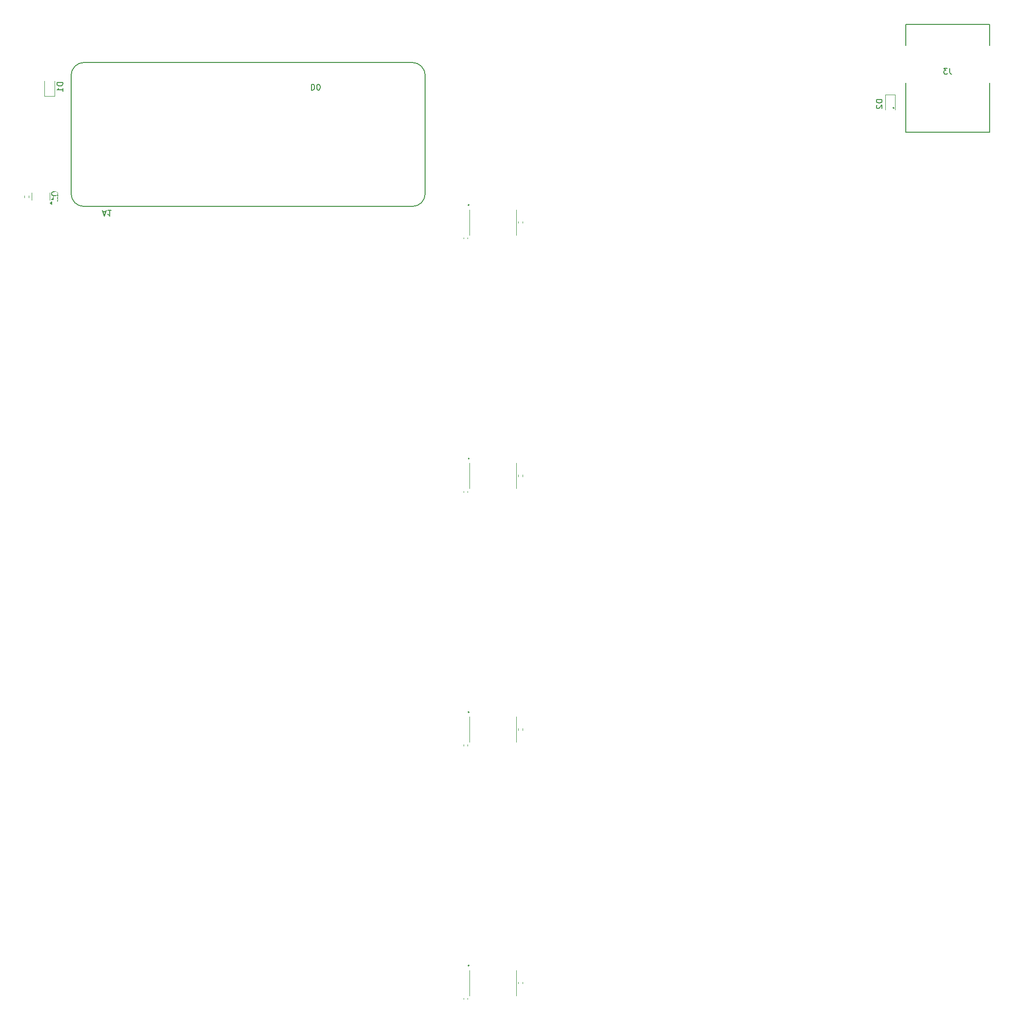
<source format=gbr>
%TF.GenerationSoftware,KiCad,Pcbnew,9.0.3*%
%TF.CreationDate,2025-09-25T17:41:31+02:00*%
%TF.ProjectId,SmartChessboard_PCB_V1,536d6172-7443-4686-9573-73626f617264,rev?*%
%TF.SameCoordinates,Original*%
%TF.FileFunction,Legend,Bot*%
%TF.FilePolarity,Positive*%
%FSLAX46Y46*%
G04 Gerber Fmt 4.6, Leading zero omitted, Abs format (unit mm)*
G04 Created by KiCad (PCBNEW 9.0.3) date 2025-09-25 17:41:31*
%MOMM*%
%LPD*%
G01*
G04 APERTURE LIST*
%ADD10C,0.150000*%
%ADD11C,0.120000*%
%ADD12C,0.127000*%
%ADD13C,0.200000*%
G04 APERTURE END LIST*
D10*
X74285714Y-74180895D02*
X74761904Y-74180895D01*
X74190476Y-73895180D02*
X74523809Y-74895180D01*
X74523809Y-74895180D02*
X74857142Y-73895180D01*
X75714285Y-73895180D02*
X75142857Y-73895180D01*
X75428571Y-73895180D02*
X75428571Y-74895180D01*
X75428571Y-74895180D02*
X75333333Y-74752323D01*
X75333333Y-74752323D02*
X75238095Y-74657085D01*
X75238095Y-74657085D02*
X75142857Y-74609466D01*
X110466705Y-52040180D02*
X110466705Y-53040180D01*
X110466705Y-53040180D02*
X110704800Y-53040180D01*
X110704800Y-53040180D02*
X110847657Y-52992561D01*
X110847657Y-52992561D02*
X110942895Y-52897323D01*
X110942895Y-52897323D02*
X110990514Y-52802085D01*
X110990514Y-52802085D02*
X111038133Y-52611609D01*
X111038133Y-52611609D02*
X111038133Y-52468752D01*
X111038133Y-52468752D02*
X110990514Y-52278276D01*
X110990514Y-52278276D02*
X110942895Y-52183038D01*
X110942895Y-52183038D02*
X110847657Y-52087800D01*
X110847657Y-52087800D02*
X110704800Y-52040180D01*
X110704800Y-52040180D02*
X110466705Y-52040180D01*
X111657181Y-53040180D02*
X111752419Y-53040180D01*
X111752419Y-53040180D02*
X111847657Y-52992561D01*
X111847657Y-52992561D02*
X111895276Y-52944942D01*
X111895276Y-52944942D02*
X111942895Y-52849704D01*
X111942895Y-52849704D02*
X111990514Y-52659228D01*
X111990514Y-52659228D02*
X111990514Y-52421133D01*
X111990514Y-52421133D02*
X111942895Y-52230657D01*
X111942895Y-52230657D02*
X111895276Y-52135419D01*
X111895276Y-52135419D02*
X111847657Y-52087800D01*
X111847657Y-52087800D02*
X111752419Y-52040180D01*
X111752419Y-52040180D02*
X111657181Y-52040180D01*
X111657181Y-52040180D02*
X111561943Y-52087800D01*
X111561943Y-52087800D02*
X111514324Y-52135419D01*
X111514324Y-52135419D02*
X111466705Y-52230657D01*
X111466705Y-52230657D02*
X111419086Y-52421133D01*
X111419086Y-52421133D02*
X111419086Y-52659228D01*
X111419086Y-52659228D02*
X111466705Y-52849704D01*
X111466705Y-52849704D02*
X111514324Y-52944942D01*
X111514324Y-52944942D02*
X111561943Y-52992561D01*
X111561943Y-52992561D02*
X111657181Y-53040180D01*
X221333333Y-49249819D02*
X221333333Y-49964104D01*
X221333333Y-49964104D02*
X221380952Y-50106961D01*
X221380952Y-50106961D02*
X221476190Y-50202200D01*
X221476190Y-50202200D02*
X221619047Y-50249819D01*
X221619047Y-50249819D02*
X221714285Y-50249819D01*
X220952380Y-49249819D02*
X220333333Y-49249819D01*
X220333333Y-49249819D02*
X220666666Y-49630771D01*
X220666666Y-49630771D02*
X220523809Y-49630771D01*
X220523809Y-49630771D02*
X220428571Y-49678390D01*
X220428571Y-49678390D02*
X220380952Y-49726009D01*
X220380952Y-49726009D02*
X220333333Y-49821247D01*
X220333333Y-49821247D02*
X220333333Y-50059342D01*
X220333333Y-50059342D02*
X220380952Y-50154580D01*
X220380952Y-50154580D02*
X220428571Y-50202200D01*
X220428571Y-50202200D02*
X220523809Y-50249819D01*
X220523809Y-50249819D02*
X220809523Y-50249819D01*
X220809523Y-50249819D02*
X220904761Y-50202200D01*
X220904761Y-50202200D02*
X220952380Y-50154580D01*
X67304819Y-51761905D02*
X66304819Y-51761905D01*
X66304819Y-51761905D02*
X66304819Y-52000000D01*
X66304819Y-52000000D02*
X66352438Y-52142857D01*
X66352438Y-52142857D02*
X66447676Y-52238095D01*
X66447676Y-52238095D02*
X66542914Y-52285714D01*
X66542914Y-52285714D02*
X66733390Y-52333333D01*
X66733390Y-52333333D02*
X66876247Y-52333333D01*
X66876247Y-52333333D02*
X67066723Y-52285714D01*
X67066723Y-52285714D02*
X67161961Y-52238095D01*
X67161961Y-52238095D02*
X67257200Y-52142857D01*
X67257200Y-52142857D02*
X67304819Y-52000000D01*
X67304819Y-52000000D02*
X67304819Y-51761905D01*
X67304819Y-53285714D02*
X67304819Y-52714286D01*
X67304819Y-53000000D02*
X66304819Y-53000000D01*
X66304819Y-53000000D02*
X66447676Y-52904762D01*
X66447676Y-52904762D02*
X66542914Y-52809524D01*
X66542914Y-52809524D02*
X66590533Y-52714286D01*
X66450057Y-71404761D02*
X66402438Y-71309523D01*
X66402438Y-71309523D02*
X66307200Y-71214285D01*
X66307200Y-71214285D02*
X66164342Y-71071428D01*
X66164342Y-71071428D02*
X66116723Y-70976190D01*
X66116723Y-70976190D02*
X66116723Y-70880952D01*
X66354819Y-70928571D02*
X66307200Y-70833333D01*
X66307200Y-70833333D02*
X66211961Y-70738095D01*
X66211961Y-70738095D02*
X66021485Y-70690476D01*
X66021485Y-70690476D02*
X65688152Y-70690476D01*
X65688152Y-70690476D02*
X65497676Y-70738095D01*
X65497676Y-70738095D02*
X65402438Y-70833333D01*
X65402438Y-70833333D02*
X65354819Y-70928571D01*
X65354819Y-70928571D02*
X65354819Y-71119047D01*
X65354819Y-71119047D02*
X65402438Y-71214285D01*
X65402438Y-71214285D02*
X65497676Y-71309523D01*
X65497676Y-71309523D02*
X65688152Y-71357142D01*
X65688152Y-71357142D02*
X66021485Y-71357142D01*
X66021485Y-71357142D02*
X66211961Y-71309523D01*
X66211961Y-71309523D02*
X66307200Y-71214285D01*
X66307200Y-71214285D02*
X66354819Y-71119047D01*
X66354819Y-71119047D02*
X66354819Y-70928571D01*
X66354819Y-72309523D02*
X66354819Y-71738095D01*
X66354819Y-72023809D02*
X65354819Y-72023809D01*
X65354819Y-72023809D02*
X65497676Y-71928571D01*
X65497676Y-71928571D02*
X65592914Y-71833333D01*
X65592914Y-71833333D02*
X65640533Y-71738095D01*
X209604819Y-54711905D02*
X208604819Y-54711905D01*
X208604819Y-54711905D02*
X208604819Y-54950000D01*
X208604819Y-54950000D02*
X208652438Y-55092857D01*
X208652438Y-55092857D02*
X208747676Y-55188095D01*
X208747676Y-55188095D02*
X208842914Y-55235714D01*
X208842914Y-55235714D02*
X209033390Y-55283333D01*
X209033390Y-55283333D02*
X209176247Y-55283333D01*
X209176247Y-55283333D02*
X209366723Y-55235714D01*
X209366723Y-55235714D02*
X209461961Y-55188095D01*
X209461961Y-55188095D02*
X209557200Y-55092857D01*
X209557200Y-55092857D02*
X209604819Y-54950000D01*
X209604819Y-54950000D02*
X209604819Y-54711905D01*
X208700057Y-55664286D02*
X208652438Y-55711905D01*
X208652438Y-55711905D02*
X208604819Y-55807143D01*
X208604819Y-55807143D02*
X208604819Y-56045238D01*
X208604819Y-56045238D02*
X208652438Y-56140476D01*
X208652438Y-56140476D02*
X208700057Y-56188095D01*
X208700057Y-56188095D02*
X208795295Y-56235714D01*
X208795295Y-56235714D02*
X208890533Y-56235714D01*
X208890533Y-56235714D02*
X209033390Y-56188095D01*
X209033390Y-56188095D02*
X209604819Y-55616667D01*
X209604819Y-55616667D02*
X209604819Y-56235714D01*
D11*
%TO.C,R3*%
X146370000Y-163836359D02*
X146370000Y-164143641D01*
X147130000Y-163836359D02*
X147130000Y-164143641D01*
%TO.C,R1*%
X146370000Y-75836359D02*
X146370000Y-76143641D01*
X147130000Y-75836359D02*
X147130000Y-76143641D01*
%TO.C,R70*%
X60660000Y-71663641D02*
X60660000Y-71356359D01*
X61420000Y-71663641D02*
X61420000Y-71356359D01*
D10*
%TO.C,A1*%
X68750000Y-50500000D02*
X68750000Y-71000000D01*
X71000000Y-48250000D02*
X128000000Y-48250000D01*
X71000000Y-73250000D02*
X128000000Y-73250000D01*
X130250000Y-50500000D02*
X130250000Y-71000000D01*
X68750000Y-50500000D02*
G75*
G02*
X71000000Y-48250000I2250000J0D01*
G01*
X71000000Y-73250000D02*
G75*
G02*
X68750000Y-71000000I0J2250000D01*
G01*
X128000000Y-48250000D02*
G75*
G02*
X130250000Y-50500000I0J-2250000D01*
G01*
X130250000Y-71000000D02*
G75*
G02*
X128000000Y-73250000I-2250000J0D01*
G01*
D12*
%TO.C,J3*%
X213700000Y-41665000D02*
X213700000Y-45247500D01*
X213700000Y-51840000D02*
X213700000Y-60335000D01*
X213700000Y-60335000D02*
X228300000Y-60335000D01*
X228300000Y-41665000D02*
X213700000Y-41665000D01*
X228300000Y-41665000D02*
X228300000Y-45247500D01*
X228300000Y-60335000D02*
X228300000Y-51840000D01*
D13*
X211677500Y-56145000D02*
G75*
G02*
X211477500Y-56145000I-100000J0D01*
G01*
X211477500Y-56145000D02*
G75*
G02*
X211677500Y-56145000I100000J0D01*
G01*
D11*
%TO.C,U2*%
X137965000Y-120000000D02*
X137965000Y-117800000D01*
X137965000Y-120000000D02*
X137965000Y-122200000D01*
X146035000Y-120000000D02*
X146035000Y-117800000D01*
X146035000Y-120000000D02*
X146035000Y-122200000D01*
D13*
X137900000Y-117000000D02*
G75*
G02*
X137700000Y-117000000I-100000J0D01*
G01*
X137700000Y-117000000D02*
G75*
G02*
X137900000Y-117000000I100000J0D01*
G01*
D11*
%TO.C,U3*%
X137965000Y-164000000D02*
X137965000Y-161800000D01*
X137965000Y-164000000D02*
X137965000Y-166200000D01*
X146035000Y-164000000D02*
X146035000Y-161800000D01*
X146035000Y-164000000D02*
X146035000Y-166200000D01*
D13*
X137900000Y-161000000D02*
G75*
G02*
X137700000Y-161000000I-100000J0D01*
G01*
X137700000Y-161000000D02*
G75*
G02*
X137900000Y-161000000I100000J0D01*
G01*
D11*
%TO.C,C3*%
X136890000Y-122877836D02*
X136890000Y-122662164D01*
X137610000Y-122877836D02*
X137610000Y-122662164D01*
%TO.C,R69*%
X65660000Y-71663641D02*
X65660000Y-71356359D01*
X66420000Y-71663641D02*
X66420000Y-71356359D01*
%TO.C,U1*%
X137965000Y-76000000D02*
X137965000Y-73800000D01*
X137965000Y-76000000D02*
X137965000Y-78200000D01*
X146035000Y-76000000D02*
X146035000Y-73800000D01*
X146035000Y-76000000D02*
X146035000Y-78200000D01*
D13*
X137900000Y-73000000D02*
G75*
G02*
X137700000Y-73000000I-100000J0D01*
G01*
X137700000Y-73000000D02*
G75*
G02*
X137900000Y-73000000I100000J0D01*
G01*
D11*
%TO.C,D1*%
X64150000Y-54110000D02*
X64150000Y-51450000D01*
X65850000Y-54110000D02*
X64150000Y-54110000D01*
X65850000Y-54110000D02*
X65850000Y-51450000D01*
%TO.C,R2*%
X146370000Y-119836359D02*
X146370000Y-120143641D01*
X147130000Y-119836359D02*
X147130000Y-120143641D01*
%TO.C,R4*%
X146370000Y-207836359D02*
X146370000Y-208143641D01*
X147130000Y-207836359D02*
X147130000Y-208143641D01*
%TO.C,C1*%
X136890000Y-210837836D02*
X136890000Y-210622164D01*
X137610000Y-210837836D02*
X137610000Y-210622164D01*
%TO.C,U4*%
X137965000Y-208000000D02*
X137965000Y-205800000D01*
X137965000Y-208000000D02*
X137965000Y-210200000D01*
X146035000Y-208000000D02*
X146035000Y-205800000D01*
X146035000Y-208000000D02*
X146035000Y-210200000D01*
D13*
X137900000Y-205000000D02*
G75*
G02*
X137700000Y-205000000I-100000J0D01*
G01*
X137700000Y-205000000D02*
G75*
G02*
X137900000Y-205000000I100000J0D01*
G01*
D11*
%TO.C,Q1*%
X61940000Y-71500000D02*
X61940000Y-70850000D01*
X61940000Y-71500000D02*
X61940000Y-72150000D01*
X65060000Y-71500000D02*
X65060000Y-70850000D01*
X65060000Y-71500000D02*
X65060000Y-72150000D01*
X65340000Y-72902500D02*
X65010000Y-72662500D01*
X65340000Y-72422500D01*
X65340000Y-72902500D01*
G36*
X65340000Y-72902500D02*
G01*
X65010000Y-72662500D01*
X65340000Y-72422500D01*
X65340000Y-72902500D01*
G37*
%TO.C,C4*%
X136890000Y-166837836D02*
X136890000Y-166622164D01*
X137610000Y-166837836D02*
X137610000Y-166622164D01*
%TO.C,C2*%
X136890000Y-78837836D02*
X136890000Y-78622164D01*
X137610000Y-78837836D02*
X137610000Y-78622164D01*
%TO.C,D2*%
X210150000Y-53840000D02*
X210150000Y-56500000D01*
X210150000Y-53840000D02*
X211850000Y-53840000D01*
X211850000Y-53840000D02*
X211850000Y-56500000D01*
%TD*%
%LPC*%
G36*
X49559017Y-232329561D02*
G01*
X49865139Y-232399431D01*
X50161514Y-232503137D01*
X50444413Y-232639374D01*
X50710280Y-232806430D01*
X50955770Y-233002202D01*
X51177798Y-233224230D01*
X51373570Y-233469720D01*
X51540626Y-233735587D01*
X51676863Y-234018486D01*
X51780569Y-234314861D01*
X51850439Y-234620983D01*
X51885595Y-234933003D01*
X51885595Y-235246997D01*
X51850439Y-235559017D01*
X51780569Y-235865139D01*
X51676863Y-236161514D01*
X51540626Y-236444413D01*
X51373570Y-236710280D01*
X51177798Y-236955770D01*
X50955770Y-237177798D01*
X50710280Y-237373570D01*
X50444413Y-237540626D01*
X50161514Y-237676863D01*
X49865139Y-237780569D01*
X49559017Y-237850439D01*
X49246997Y-237885595D01*
X48933003Y-237885595D01*
X48620983Y-237850439D01*
X48314861Y-237780569D01*
X48018486Y-237676863D01*
X47735587Y-237540626D01*
X47469720Y-237373570D01*
X47224230Y-237177798D01*
X47002202Y-236955770D01*
X46806430Y-236710280D01*
X46639374Y-236444413D01*
X46503137Y-236161514D01*
X46399431Y-235865139D01*
X46329561Y-235559017D01*
X46294405Y-235246997D01*
X46294405Y-234933003D01*
X46329561Y-234620983D01*
X46399431Y-234314861D01*
X46503137Y-234018486D01*
X46639374Y-233735587D01*
X46806430Y-233469720D01*
X47002202Y-233224230D01*
X47224230Y-233002202D01*
X47469720Y-232806430D01*
X47735587Y-232639374D01*
X48018486Y-232503137D01*
X48314861Y-232399431D01*
X48620983Y-232329561D01*
X48933003Y-232294405D01*
X49246997Y-232294405D01*
X49559017Y-232329561D01*
G37*
G36*
X235469017Y-232239561D02*
G01*
X235775139Y-232309431D01*
X236071514Y-232413137D01*
X236354413Y-232549374D01*
X236620280Y-232716430D01*
X236865770Y-232912202D01*
X237087798Y-233134230D01*
X237283570Y-233379720D01*
X237450626Y-233645587D01*
X237586863Y-233928486D01*
X237690569Y-234224861D01*
X237760439Y-234530983D01*
X237795595Y-234843003D01*
X237795595Y-235156997D01*
X237760439Y-235469017D01*
X237690569Y-235775139D01*
X237586863Y-236071514D01*
X237450626Y-236354413D01*
X237283570Y-236620280D01*
X237087798Y-236865770D01*
X236865770Y-237087798D01*
X236620280Y-237283570D01*
X236354413Y-237450626D01*
X236071514Y-237586863D01*
X235775139Y-237690569D01*
X235469017Y-237760439D01*
X235156997Y-237795595D01*
X234843003Y-237795595D01*
X234530983Y-237760439D01*
X234224861Y-237690569D01*
X233928486Y-237586863D01*
X233645587Y-237450626D01*
X233379720Y-237283570D01*
X233134230Y-237087798D01*
X232912202Y-236865770D01*
X232716430Y-236620280D01*
X232549374Y-236354413D01*
X232413137Y-236071514D01*
X232309431Y-235775139D01*
X232239561Y-235469017D01*
X232204405Y-235156997D01*
X232204405Y-234843003D01*
X232239561Y-234530983D01*
X232309431Y-234224861D01*
X232413137Y-233928486D01*
X232549374Y-233645587D01*
X232716430Y-233379720D01*
X232912202Y-233134230D01*
X233134230Y-232912202D01*
X233379720Y-232716430D01*
X233645587Y-232549374D01*
X233928486Y-232413137D01*
X234224861Y-232309431D01*
X234530983Y-232239561D01*
X234843003Y-232204405D01*
X235156997Y-232204405D01*
X235469017Y-232239561D01*
G37*
G36*
X138563268Y-210132612D02*
G01*
X138595711Y-210154289D01*
X138617388Y-210186732D01*
X138625000Y-210225000D01*
X138625000Y-211500000D01*
X138617388Y-211538268D01*
X138595711Y-211570711D01*
X138563268Y-211592388D01*
X138525000Y-211600000D01*
X138325000Y-211600000D01*
X138286732Y-211592388D01*
X138254289Y-211570711D01*
X138232612Y-211538268D01*
X138225000Y-211500000D01*
X138225000Y-210225000D01*
X138232612Y-210186732D01*
X138254289Y-210154289D01*
X138286732Y-210132612D01*
X138325000Y-210125000D01*
X138525000Y-210125000D01*
X138563268Y-210132612D01*
G37*
G36*
X139213268Y-210132612D02*
G01*
X139245711Y-210154289D01*
X139267388Y-210186732D01*
X139275000Y-210225000D01*
X139275000Y-211500000D01*
X139267388Y-211538268D01*
X139245711Y-211570711D01*
X139213268Y-211592388D01*
X139175000Y-211600000D01*
X138975000Y-211600000D01*
X138936732Y-211592388D01*
X138904289Y-211570711D01*
X138882612Y-211538268D01*
X138875000Y-211500000D01*
X138875000Y-210225000D01*
X138882612Y-210186732D01*
X138904289Y-210154289D01*
X138936732Y-210132612D01*
X138975000Y-210125000D01*
X139175000Y-210125000D01*
X139213268Y-210132612D01*
G37*
G36*
X139863268Y-210132612D02*
G01*
X139895711Y-210154289D01*
X139917388Y-210186732D01*
X139925000Y-210225000D01*
X139925000Y-211500000D01*
X139917388Y-211538268D01*
X139895711Y-211570711D01*
X139863268Y-211592388D01*
X139825000Y-211600000D01*
X139625000Y-211600000D01*
X139586732Y-211592388D01*
X139554289Y-211570711D01*
X139532612Y-211538268D01*
X139525000Y-211500000D01*
X139525000Y-210225000D01*
X139532612Y-210186732D01*
X139554289Y-210154289D01*
X139586732Y-210132612D01*
X139625000Y-210125000D01*
X139825000Y-210125000D01*
X139863268Y-210132612D01*
G37*
G36*
X140513268Y-210132612D02*
G01*
X140545711Y-210154289D01*
X140567388Y-210186732D01*
X140575000Y-210225000D01*
X140575000Y-211500000D01*
X140567388Y-211538268D01*
X140545711Y-211570711D01*
X140513268Y-211592388D01*
X140475000Y-211600000D01*
X140275000Y-211600000D01*
X140236732Y-211592388D01*
X140204289Y-211570711D01*
X140182612Y-211538268D01*
X140175000Y-211500000D01*
X140175000Y-210225000D01*
X140182612Y-210186732D01*
X140204289Y-210154289D01*
X140236732Y-210132612D01*
X140275000Y-210125000D01*
X140475000Y-210125000D01*
X140513268Y-210132612D01*
G37*
G36*
X141163268Y-210132612D02*
G01*
X141195711Y-210154289D01*
X141217388Y-210186732D01*
X141225000Y-210225000D01*
X141225000Y-211500000D01*
X141217388Y-211538268D01*
X141195711Y-211570711D01*
X141163268Y-211592388D01*
X141125000Y-211600000D01*
X140925000Y-211600000D01*
X140886732Y-211592388D01*
X140854289Y-211570711D01*
X140832612Y-211538268D01*
X140825000Y-211500000D01*
X140825000Y-210225000D01*
X140832612Y-210186732D01*
X140854289Y-210154289D01*
X140886732Y-210132612D01*
X140925000Y-210125000D01*
X141125000Y-210125000D01*
X141163268Y-210132612D01*
G37*
G36*
X141813268Y-210132612D02*
G01*
X141845711Y-210154289D01*
X141867388Y-210186732D01*
X141875000Y-210225000D01*
X141875000Y-211500000D01*
X141867388Y-211538268D01*
X141845711Y-211570711D01*
X141813268Y-211592388D01*
X141775000Y-211600000D01*
X141575000Y-211600000D01*
X141536732Y-211592388D01*
X141504289Y-211570711D01*
X141482612Y-211538268D01*
X141475000Y-211500000D01*
X141475000Y-210225000D01*
X141482612Y-210186732D01*
X141504289Y-210154289D01*
X141536732Y-210132612D01*
X141575000Y-210125000D01*
X141775000Y-210125000D01*
X141813268Y-210132612D01*
G37*
G36*
X142463268Y-210132612D02*
G01*
X142495711Y-210154289D01*
X142517388Y-210186732D01*
X142525000Y-210225000D01*
X142525000Y-211500000D01*
X142517388Y-211538268D01*
X142495711Y-211570711D01*
X142463268Y-211592388D01*
X142425000Y-211600000D01*
X142225000Y-211600000D01*
X142186732Y-211592388D01*
X142154289Y-211570711D01*
X142132612Y-211538268D01*
X142125000Y-211500000D01*
X142125000Y-210225000D01*
X142132612Y-210186732D01*
X142154289Y-210154289D01*
X142186732Y-210132612D01*
X142225000Y-210125000D01*
X142425000Y-210125000D01*
X142463268Y-210132612D01*
G37*
G36*
X143113268Y-210132612D02*
G01*
X143145711Y-210154289D01*
X143167388Y-210186732D01*
X143175000Y-210225000D01*
X143175000Y-211500000D01*
X143167388Y-211538268D01*
X143145711Y-211570711D01*
X143113268Y-211592388D01*
X143075000Y-211600000D01*
X142875000Y-211600000D01*
X142836732Y-211592388D01*
X142804289Y-211570711D01*
X142782612Y-211538268D01*
X142775000Y-211500000D01*
X142775000Y-210225000D01*
X142782612Y-210186732D01*
X142804289Y-210154289D01*
X142836732Y-210132612D01*
X142875000Y-210125000D01*
X143075000Y-210125000D01*
X143113268Y-210132612D01*
G37*
G36*
X143763268Y-210132612D02*
G01*
X143795711Y-210154289D01*
X143817388Y-210186732D01*
X143825000Y-210225000D01*
X143825000Y-211500000D01*
X143817388Y-211538268D01*
X143795711Y-211570711D01*
X143763268Y-211592388D01*
X143725000Y-211600000D01*
X143525000Y-211600000D01*
X143486732Y-211592388D01*
X143454289Y-211570711D01*
X143432612Y-211538268D01*
X143425000Y-211500000D01*
X143425000Y-210225000D01*
X143432612Y-210186732D01*
X143454289Y-210154289D01*
X143486732Y-210132612D01*
X143525000Y-210125000D01*
X143725000Y-210125000D01*
X143763268Y-210132612D01*
G37*
G36*
X144413268Y-210132612D02*
G01*
X144445711Y-210154289D01*
X144467388Y-210186732D01*
X144475000Y-210225000D01*
X144475000Y-211500000D01*
X144467388Y-211538268D01*
X144445711Y-211570711D01*
X144413268Y-211592388D01*
X144375000Y-211600000D01*
X144175000Y-211600000D01*
X144136732Y-211592388D01*
X144104289Y-211570711D01*
X144082612Y-211538268D01*
X144075000Y-211500000D01*
X144075000Y-210225000D01*
X144082612Y-210186732D01*
X144104289Y-210154289D01*
X144136732Y-210132612D01*
X144175000Y-210125000D01*
X144375000Y-210125000D01*
X144413268Y-210132612D01*
G37*
G36*
X145063268Y-210132612D02*
G01*
X145095711Y-210154289D01*
X145117388Y-210186732D01*
X145125000Y-210225000D01*
X145125000Y-211500000D01*
X145117388Y-211538268D01*
X145095711Y-211570711D01*
X145063268Y-211592388D01*
X145025000Y-211600000D01*
X144825000Y-211600000D01*
X144786732Y-211592388D01*
X144754289Y-211570711D01*
X144732612Y-211538268D01*
X144725000Y-211500000D01*
X144725000Y-210225000D01*
X144732612Y-210186732D01*
X144754289Y-210154289D01*
X144786732Y-210132612D01*
X144825000Y-210125000D01*
X145025000Y-210125000D01*
X145063268Y-210132612D01*
G37*
G36*
X145713268Y-210132612D02*
G01*
X145745711Y-210154289D01*
X145767388Y-210186732D01*
X145775000Y-210225000D01*
X145775000Y-211500000D01*
X145767388Y-211538268D01*
X145745711Y-211570711D01*
X145713268Y-211592388D01*
X145675000Y-211600000D01*
X145475000Y-211600000D01*
X145436732Y-211592388D01*
X145404289Y-211570711D01*
X145382612Y-211538268D01*
X145375000Y-211500000D01*
X145375000Y-210225000D01*
X145382612Y-210186732D01*
X145404289Y-210154289D01*
X145436732Y-210132612D01*
X145475000Y-210125000D01*
X145675000Y-210125000D01*
X145713268Y-210132612D01*
G37*
G36*
X137473576Y-210940657D02*
G01*
X137518995Y-210971005D01*
X137549343Y-211016424D01*
X137560000Y-211070000D01*
X137560000Y-211350000D01*
X137549343Y-211403576D01*
X137518995Y-211448995D01*
X137473576Y-211479343D01*
X137420000Y-211490000D01*
X137080000Y-211490000D01*
X137026424Y-211479343D01*
X136981005Y-211448995D01*
X136950657Y-211403576D01*
X136940000Y-211350000D01*
X136940000Y-211070000D01*
X136950657Y-211016424D01*
X136981005Y-210971005D01*
X137026424Y-210940657D01*
X137080000Y-210930000D01*
X137420000Y-210930000D01*
X137473576Y-210940657D01*
G37*
G36*
X137473576Y-209980657D02*
G01*
X137518995Y-210011005D01*
X137549343Y-210056424D01*
X137560000Y-210110000D01*
X137560000Y-210390000D01*
X137549343Y-210443576D01*
X137518995Y-210488995D01*
X137473576Y-210519343D01*
X137420000Y-210530000D01*
X137080000Y-210530000D01*
X137026424Y-210519343D01*
X136981005Y-210488995D01*
X136950657Y-210443576D01*
X136940000Y-210390000D01*
X136940000Y-210110000D01*
X136950657Y-210056424D01*
X136981005Y-210011005D01*
X137026424Y-209980657D01*
X137080000Y-209970000D01*
X137420000Y-209970000D01*
X137473576Y-209980657D01*
G37*
G36*
X146986662Y-208240276D02*
G01*
X147030459Y-208269541D01*
X147059724Y-208313338D01*
X147070000Y-208365000D01*
X147070000Y-208635000D01*
X147059724Y-208686662D01*
X147030459Y-208730459D01*
X146986662Y-208759724D01*
X146935000Y-208770000D01*
X146565000Y-208770000D01*
X146513338Y-208759724D01*
X146469541Y-208730459D01*
X146440276Y-208686662D01*
X146430000Y-208635000D01*
X146430000Y-208365000D01*
X146440276Y-208313338D01*
X146469541Y-208269541D01*
X146513338Y-208240276D01*
X146565000Y-208230000D01*
X146935000Y-208230000D01*
X146986662Y-208240276D01*
G37*
G36*
X146986662Y-207220276D02*
G01*
X147030459Y-207249541D01*
X147059724Y-207293338D01*
X147070000Y-207345000D01*
X147070000Y-207615000D01*
X147059724Y-207666662D01*
X147030459Y-207710459D01*
X146986662Y-207739724D01*
X146935000Y-207750000D01*
X146565000Y-207750000D01*
X146513338Y-207739724D01*
X146469541Y-207710459D01*
X146440276Y-207666662D01*
X146430000Y-207615000D01*
X146430000Y-207345000D01*
X146440276Y-207293338D01*
X146469541Y-207249541D01*
X146513338Y-207220276D01*
X146565000Y-207210000D01*
X146935000Y-207210000D01*
X146986662Y-207220276D01*
G37*
G36*
X138563268Y-204407612D02*
G01*
X138595711Y-204429289D01*
X138617388Y-204461732D01*
X138625000Y-204500000D01*
X138625000Y-205775000D01*
X138617388Y-205813268D01*
X138595711Y-205845711D01*
X138563268Y-205867388D01*
X138525000Y-205875000D01*
X138325000Y-205875000D01*
X138286732Y-205867388D01*
X138254289Y-205845711D01*
X138232612Y-205813268D01*
X138225000Y-205775000D01*
X138225000Y-204500000D01*
X138232612Y-204461732D01*
X138254289Y-204429289D01*
X138286732Y-204407612D01*
X138325000Y-204400000D01*
X138525000Y-204400000D01*
X138563268Y-204407612D01*
G37*
G36*
X139213268Y-204407612D02*
G01*
X139245711Y-204429289D01*
X139267388Y-204461732D01*
X139275000Y-204500000D01*
X139275000Y-205775000D01*
X139267388Y-205813268D01*
X139245711Y-205845711D01*
X139213268Y-205867388D01*
X139175000Y-205875000D01*
X138975000Y-205875000D01*
X138936732Y-205867388D01*
X138904289Y-205845711D01*
X138882612Y-205813268D01*
X138875000Y-205775000D01*
X138875000Y-204500000D01*
X138882612Y-204461732D01*
X138904289Y-204429289D01*
X138936732Y-204407612D01*
X138975000Y-204400000D01*
X139175000Y-204400000D01*
X139213268Y-204407612D01*
G37*
G36*
X139863268Y-204407612D02*
G01*
X139895711Y-204429289D01*
X139917388Y-204461732D01*
X139925000Y-204500000D01*
X139925000Y-205775000D01*
X139917388Y-205813268D01*
X139895711Y-205845711D01*
X139863268Y-205867388D01*
X139825000Y-205875000D01*
X139625000Y-205875000D01*
X139586732Y-205867388D01*
X139554289Y-205845711D01*
X139532612Y-205813268D01*
X139525000Y-205775000D01*
X139525000Y-204500000D01*
X139532612Y-204461732D01*
X139554289Y-204429289D01*
X139586732Y-204407612D01*
X139625000Y-204400000D01*
X139825000Y-204400000D01*
X139863268Y-204407612D01*
G37*
G36*
X140513268Y-204407612D02*
G01*
X140545711Y-204429289D01*
X140567388Y-204461732D01*
X140575000Y-204500000D01*
X140575000Y-205775000D01*
X140567388Y-205813268D01*
X140545711Y-205845711D01*
X140513268Y-205867388D01*
X140475000Y-205875000D01*
X140275000Y-205875000D01*
X140236732Y-205867388D01*
X140204289Y-205845711D01*
X140182612Y-205813268D01*
X140175000Y-205775000D01*
X140175000Y-204500000D01*
X140182612Y-204461732D01*
X140204289Y-204429289D01*
X140236732Y-204407612D01*
X140275000Y-204400000D01*
X140475000Y-204400000D01*
X140513268Y-204407612D01*
G37*
G36*
X141163268Y-204407612D02*
G01*
X141195711Y-204429289D01*
X141217388Y-204461732D01*
X141225000Y-204500000D01*
X141225000Y-205775000D01*
X141217388Y-205813268D01*
X141195711Y-205845711D01*
X141163268Y-205867388D01*
X141125000Y-205875000D01*
X140925000Y-205875000D01*
X140886732Y-205867388D01*
X140854289Y-205845711D01*
X140832612Y-205813268D01*
X140825000Y-205775000D01*
X140825000Y-204500000D01*
X140832612Y-204461732D01*
X140854289Y-204429289D01*
X140886732Y-204407612D01*
X140925000Y-204400000D01*
X141125000Y-204400000D01*
X141163268Y-204407612D01*
G37*
G36*
X141813268Y-204407612D02*
G01*
X141845711Y-204429289D01*
X141867388Y-204461732D01*
X141875000Y-204500000D01*
X141875000Y-205775000D01*
X141867388Y-205813268D01*
X141845711Y-205845711D01*
X141813268Y-205867388D01*
X141775000Y-205875000D01*
X141575000Y-205875000D01*
X141536732Y-205867388D01*
X141504289Y-205845711D01*
X141482612Y-205813268D01*
X141475000Y-205775000D01*
X141475000Y-204500000D01*
X141482612Y-204461732D01*
X141504289Y-204429289D01*
X141536732Y-204407612D01*
X141575000Y-204400000D01*
X141775000Y-204400000D01*
X141813268Y-204407612D01*
G37*
G36*
X142463268Y-204407612D02*
G01*
X142495711Y-204429289D01*
X142517388Y-204461732D01*
X142525000Y-204500000D01*
X142525000Y-205775000D01*
X142517388Y-205813268D01*
X142495711Y-205845711D01*
X142463268Y-205867388D01*
X142425000Y-205875000D01*
X142225000Y-205875000D01*
X142186732Y-205867388D01*
X142154289Y-205845711D01*
X142132612Y-205813268D01*
X142125000Y-205775000D01*
X142125000Y-204500000D01*
X142132612Y-204461732D01*
X142154289Y-204429289D01*
X142186732Y-204407612D01*
X142225000Y-204400000D01*
X142425000Y-204400000D01*
X142463268Y-204407612D01*
G37*
G36*
X143113268Y-204407612D02*
G01*
X143145711Y-204429289D01*
X143167388Y-204461732D01*
X143175000Y-204500000D01*
X143175000Y-205775000D01*
X143167388Y-205813268D01*
X143145711Y-205845711D01*
X143113268Y-205867388D01*
X143075000Y-205875000D01*
X142875000Y-205875000D01*
X142836732Y-205867388D01*
X142804289Y-205845711D01*
X142782612Y-205813268D01*
X142775000Y-205775000D01*
X142775000Y-204500000D01*
X142782612Y-204461732D01*
X142804289Y-204429289D01*
X142836732Y-204407612D01*
X142875000Y-204400000D01*
X143075000Y-204400000D01*
X143113268Y-204407612D01*
G37*
G36*
X143763268Y-204407612D02*
G01*
X143795711Y-204429289D01*
X143817388Y-204461732D01*
X143825000Y-204500000D01*
X143825000Y-205775000D01*
X143817388Y-205813268D01*
X143795711Y-205845711D01*
X143763268Y-205867388D01*
X143725000Y-205875000D01*
X143525000Y-205875000D01*
X143486732Y-205867388D01*
X143454289Y-205845711D01*
X143432612Y-205813268D01*
X143425000Y-205775000D01*
X143425000Y-204500000D01*
X143432612Y-204461732D01*
X143454289Y-204429289D01*
X143486732Y-204407612D01*
X143525000Y-204400000D01*
X143725000Y-204400000D01*
X143763268Y-204407612D01*
G37*
G36*
X144413268Y-204407612D02*
G01*
X144445711Y-204429289D01*
X144467388Y-204461732D01*
X144475000Y-204500000D01*
X144475000Y-205775000D01*
X144467388Y-205813268D01*
X144445711Y-205845711D01*
X144413268Y-205867388D01*
X144375000Y-205875000D01*
X144175000Y-205875000D01*
X144136732Y-205867388D01*
X144104289Y-205845711D01*
X144082612Y-205813268D01*
X144075000Y-205775000D01*
X144075000Y-204500000D01*
X144082612Y-204461732D01*
X144104289Y-204429289D01*
X144136732Y-204407612D01*
X144175000Y-204400000D01*
X144375000Y-204400000D01*
X144413268Y-204407612D01*
G37*
G36*
X145063268Y-204407612D02*
G01*
X145095711Y-204429289D01*
X145117388Y-204461732D01*
X145125000Y-204500000D01*
X145125000Y-205775000D01*
X145117388Y-205813268D01*
X145095711Y-205845711D01*
X145063268Y-205867388D01*
X145025000Y-205875000D01*
X144825000Y-205875000D01*
X144786732Y-205867388D01*
X144754289Y-205845711D01*
X144732612Y-205813268D01*
X144725000Y-205775000D01*
X144725000Y-204500000D01*
X144732612Y-204461732D01*
X144754289Y-204429289D01*
X144786732Y-204407612D01*
X144825000Y-204400000D01*
X145025000Y-204400000D01*
X145063268Y-204407612D01*
G37*
G36*
X145713268Y-204407612D02*
G01*
X145745711Y-204429289D01*
X145767388Y-204461732D01*
X145775000Y-204500000D01*
X145775000Y-205775000D01*
X145767388Y-205813268D01*
X145745711Y-205845711D01*
X145713268Y-205867388D01*
X145675000Y-205875000D01*
X145475000Y-205875000D01*
X145436732Y-205867388D01*
X145404289Y-205845711D01*
X145382612Y-205813268D01*
X145375000Y-205775000D01*
X145375000Y-204500000D01*
X145382612Y-204461732D01*
X145404289Y-204429289D01*
X145436732Y-204407612D01*
X145475000Y-204400000D01*
X145675000Y-204400000D01*
X145713268Y-204407612D01*
G37*
G36*
X138563268Y-166132612D02*
G01*
X138595711Y-166154289D01*
X138617388Y-166186732D01*
X138625000Y-166225000D01*
X138625000Y-167500000D01*
X138617388Y-167538268D01*
X138595711Y-167570711D01*
X138563268Y-167592388D01*
X138525000Y-167600000D01*
X138325000Y-167600000D01*
X138286732Y-167592388D01*
X138254289Y-167570711D01*
X138232612Y-167538268D01*
X138225000Y-167500000D01*
X138225000Y-166225000D01*
X138232612Y-166186732D01*
X138254289Y-166154289D01*
X138286732Y-166132612D01*
X138325000Y-166125000D01*
X138525000Y-166125000D01*
X138563268Y-166132612D01*
G37*
G36*
X139213268Y-166132612D02*
G01*
X139245711Y-166154289D01*
X139267388Y-166186732D01*
X139275000Y-166225000D01*
X139275000Y-167500000D01*
X139267388Y-167538268D01*
X139245711Y-167570711D01*
X139213268Y-167592388D01*
X139175000Y-167600000D01*
X138975000Y-167600000D01*
X138936732Y-167592388D01*
X138904289Y-167570711D01*
X138882612Y-167538268D01*
X138875000Y-167500000D01*
X138875000Y-166225000D01*
X138882612Y-166186732D01*
X138904289Y-166154289D01*
X138936732Y-166132612D01*
X138975000Y-166125000D01*
X139175000Y-166125000D01*
X139213268Y-166132612D01*
G37*
G36*
X139863268Y-166132612D02*
G01*
X139895711Y-166154289D01*
X139917388Y-166186732D01*
X139925000Y-166225000D01*
X139925000Y-167500000D01*
X139917388Y-167538268D01*
X139895711Y-167570711D01*
X139863268Y-167592388D01*
X139825000Y-167600000D01*
X139625000Y-167600000D01*
X139586732Y-167592388D01*
X139554289Y-167570711D01*
X139532612Y-167538268D01*
X139525000Y-167500000D01*
X139525000Y-166225000D01*
X139532612Y-166186732D01*
X139554289Y-166154289D01*
X139586732Y-166132612D01*
X139625000Y-166125000D01*
X139825000Y-166125000D01*
X139863268Y-166132612D01*
G37*
G36*
X140513268Y-166132612D02*
G01*
X140545711Y-166154289D01*
X140567388Y-166186732D01*
X140575000Y-166225000D01*
X140575000Y-167500000D01*
X140567388Y-167538268D01*
X140545711Y-167570711D01*
X140513268Y-167592388D01*
X140475000Y-167600000D01*
X140275000Y-167600000D01*
X140236732Y-167592388D01*
X140204289Y-167570711D01*
X140182612Y-167538268D01*
X140175000Y-167500000D01*
X140175000Y-166225000D01*
X140182612Y-166186732D01*
X140204289Y-166154289D01*
X140236732Y-166132612D01*
X140275000Y-166125000D01*
X140475000Y-166125000D01*
X140513268Y-166132612D01*
G37*
G36*
X141163268Y-166132612D02*
G01*
X141195711Y-166154289D01*
X141217388Y-166186732D01*
X141225000Y-166225000D01*
X141225000Y-167500000D01*
X141217388Y-167538268D01*
X141195711Y-167570711D01*
X141163268Y-167592388D01*
X141125000Y-167600000D01*
X140925000Y-167600000D01*
X140886732Y-167592388D01*
X140854289Y-167570711D01*
X140832612Y-167538268D01*
X140825000Y-167500000D01*
X140825000Y-166225000D01*
X140832612Y-166186732D01*
X140854289Y-166154289D01*
X140886732Y-166132612D01*
X140925000Y-166125000D01*
X141125000Y-166125000D01*
X141163268Y-166132612D01*
G37*
G36*
X141813268Y-166132612D02*
G01*
X141845711Y-166154289D01*
X141867388Y-166186732D01*
X141875000Y-166225000D01*
X141875000Y-167500000D01*
X141867388Y-167538268D01*
X141845711Y-167570711D01*
X141813268Y-167592388D01*
X141775000Y-167600000D01*
X141575000Y-167600000D01*
X141536732Y-167592388D01*
X141504289Y-167570711D01*
X141482612Y-167538268D01*
X141475000Y-167500000D01*
X141475000Y-166225000D01*
X141482612Y-166186732D01*
X141504289Y-166154289D01*
X141536732Y-166132612D01*
X141575000Y-166125000D01*
X141775000Y-166125000D01*
X141813268Y-166132612D01*
G37*
G36*
X142463268Y-166132612D02*
G01*
X142495711Y-166154289D01*
X142517388Y-166186732D01*
X142525000Y-166225000D01*
X142525000Y-167500000D01*
X142517388Y-167538268D01*
X142495711Y-167570711D01*
X142463268Y-167592388D01*
X142425000Y-167600000D01*
X142225000Y-167600000D01*
X142186732Y-167592388D01*
X142154289Y-167570711D01*
X142132612Y-167538268D01*
X142125000Y-167500000D01*
X142125000Y-166225000D01*
X142132612Y-166186732D01*
X142154289Y-166154289D01*
X142186732Y-166132612D01*
X142225000Y-166125000D01*
X142425000Y-166125000D01*
X142463268Y-166132612D01*
G37*
G36*
X143113268Y-166132612D02*
G01*
X143145711Y-166154289D01*
X143167388Y-166186732D01*
X143175000Y-166225000D01*
X143175000Y-167500000D01*
X143167388Y-167538268D01*
X143145711Y-167570711D01*
X143113268Y-167592388D01*
X143075000Y-167600000D01*
X142875000Y-167600000D01*
X142836732Y-167592388D01*
X142804289Y-167570711D01*
X142782612Y-167538268D01*
X142775000Y-167500000D01*
X142775000Y-166225000D01*
X142782612Y-166186732D01*
X142804289Y-166154289D01*
X142836732Y-166132612D01*
X142875000Y-166125000D01*
X143075000Y-166125000D01*
X143113268Y-166132612D01*
G37*
G36*
X143763268Y-166132612D02*
G01*
X143795711Y-166154289D01*
X143817388Y-166186732D01*
X143825000Y-166225000D01*
X143825000Y-167500000D01*
X143817388Y-167538268D01*
X143795711Y-167570711D01*
X143763268Y-167592388D01*
X143725000Y-167600000D01*
X143525000Y-167600000D01*
X143486732Y-167592388D01*
X143454289Y-167570711D01*
X143432612Y-167538268D01*
X143425000Y-167500000D01*
X143425000Y-166225000D01*
X143432612Y-166186732D01*
X143454289Y-166154289D01*
X143486732Y-166132612D01*
X143525000Y-166125000D01*
X143725000Y-166125000D01*
X143763268Y-166132612D01*
G37*
G36*
X144413268Y-166132612D02*
G01*
X144445711Y-166154289D01*
X144467388Y-166186732D01*
X144475000Y-166225000D01*
X144475000Y-167500000D01*
X144467388Y-167538268D01*
X144445711Y-167570711D01*
X144413268Y-167592388D01*
X144375000Y-167600000D01*
X144175000Y-167600000D01*
X144136732Y-167592388D01*
X144104289Y-167570711D01*
X144082612Y-167538268D01*
X144075000Y-167500000D01*
X144075000Y-166225000D01*
X144082612Y-166186732D01*
X144104289Y-166154289D01*
X144136732Y-166132612D01*
X144175000Y-166125000D01*
X144375000Y-166125000D01*
X144413268Y-166132612D01*
G37*
G36*
X145063268Y-166132612D02*
G01*
X145095711Y-166154289D01*
X145117388Y-166186732D01*
X145125000Y-166225000D01*
X145125000Y-167500000D01*
X145117388Y-167538268D01*
X145095711Y-167570711D01*
X145063268Y-167592388D01*
X145025000Y-167600000D01*
X144825000Y-167600000D01*
X144786732Y-167592388D01*
X144754289Y-167570711D01*
X144732612Y-167538268D01*
X144725000Y-167500000D01*
X144725000Y-166225000D01*
X144732612Y-166186732D01*
X144754289Y-166154289D01*
X144786732Y-166132612D01*
X144825000Y-166125000D01*
X145025000Y-166125000D01*
X145063268Y-166132612D01*
G37*
G36*
X145713268Y-166132612D02*
G01*
X145745711Y-166154289D01*
X145767388Y-166186732D01*
X145775000Y-166225000D01*
X145775000Y-167500000D01*
X145767388Y-167538268D01*
X145745711Y-167570711D01*
X145713268Y-167592388D01*
X145675000Y-167600000D01*
X145475000Y-167600000D01*
X145436732Y-167592388D01*
X145404289Y-167570711D01*
X145382612Y-167538268D01*
X145375000Y-167500000D01*
X145375000Y-166225000D01*
X145382612Y-166186732D01*
X145404289Y-166154289D01*
X145436732Y-166132612D01*
X145475000Y-166125000D01*
X145675000Y-166125000D01*
X145713268Y-166132612D01*
G37*
G36*
X137473576Y-166940657D02*
G01*
X137518995Y-166971005D01*
X137549343Y-167016424D01*
X137560000Y-167070000D01*
X137560000Y-167350000D01*
X137549343Y-167403576D01*
X137518995Y-167448995D01*
X137473576Y-167479343D01*
X137420000Y-167490000D01*
X137080000Y-167490000D01*
X137026424Y-167479343D01*
X136981005Y-167448995D01*
X136950657Y-167403576D01*
X136940000Y-167350000D01*
X136940000Y-167070000D01*
X136950657Y-167016424D01*
X136981005Y-166971005D01*
X137026424Y-166940657D01*
X137080000Y-166930000D01*
X137420000Y-166930000D01*
X137473576Y-166940657D01*
G37*
G36*
X137473576Y-165980657D02*
G01*
X137518995Y-166011005D01*
X137549343Y-166056424D01*
X137560000Y-166110000D01*
X137560000Y-166390000D01*
X137549343Y-166443576D01*
X137518995Y-166488995D01*
X137473576Y-166519343D01*
X137420000Y-166530000D01*
X137080000Y-166530000D01*
X137026424Y-166519343D01*
X136981005Y-166488995D01*
X136950657Y-166443576D01*
X136940000Y-166390000D01*
X136940000Y-166110000D01*
X136950657Y-166056424D01*
X136981005Y-166011005D01*
X137026424Y-165980657D01*
X137080000Y-165970000D01*
X137420000Y-165970000D01*
X137473576Y-165980657D01*
G37*
G36*
X146986662Y-164240276D02*
G01*
X147030459Y-164269541D01*
X147059724Y-164313338D01*
X147070000Y-164365000D01*
X147070000Y-164635000D01*
X147059724Y-164686662D01*
X147030459Y-164730459D01*
X146986662Y-164759724D01*
X146935000Y-164770000D01*
X146565000Y-164770000D01*
X146513338Y-164759724D01*
X146469541Y-164730459D01*
X146440276Y-164686662D01*
X146430000Y-164635000D01*
X146430000Y-164365000D01*
X146440276Y-164313338D01*
X146469541Y-164269541D01*
X146513338Y-164240276D01*
X146565000Y-164230000D01*
X146935000Y-164230000D01*
X146986662Y-164240276D01*
G37*
G36*
X146986662Y-163220276D02*
G01*
X147030459Y-163249541D01*
X147059724Y-163293338D01*
X147070000Y-163345000D01*
X147070000Y-163615000D01*
X147059724Y-163666662D01*
X147030459Y-163710459D01*
X146986662Y-163739724D01*
X146935000Y-163750000D01*
X146565000Y-163750000D01*
X146513338Y-163739724D01*
X146469541Y-163710459D01*
X146440276Y-163666662D01*
X146430000Y-163615000D01*
X146430000Y-163345000D01*
X146440276Y-163293338D01*
X146469541Y-163249541D01*
X146513338Y-163220276D01*
X146565000Y-163210000D01*
X146935000Y-163210000D01*
X146986662Y-163220276D01*
G37*
G36*
X138563268Y-160407612D02*
G01*
X138595711Y-160429289D01*
X138617388Y-160461732D01*
X138625000Y-160500000D01*
X138625000Y-161775000D01*
X138617388Y-161813268D01*
X138595711Y-161845711D01*
X138563268Y-161867388D01*
X138525000Y-161875000D01*
X138325000Y-161875000D01*
X138286732Y-161867388D01*
X138254289Y-161845711D01*
X138232612Y-161813268D01*
X138225000Y-161775000D01*
X138225000Y-160500000D01*
X138232612Y-160461732D01*
X138254289Y-160429289D01*
X138286732Y-160407612D01*
X138325000Y-160400000D01*
X138525000Y-160400000D01*
X138563268Y-160407612D01*
G37*
G36*
X139213268Y-160407612D02*
G01*
X139245711Y-160429289D01*
X139267388Y-160461732D01*
X139275000Y-160500000D01*
X139275000Y-161775000D01*
X139267388Y-161813268D01*
X139245711Y-161845711D01*
X139213268Y-161867388D01*
X139175000Y-161875000D01*
X138975000Y-161875000D01*
X138936732Y-161867388D01*
X138904289Y-161845711D01*
X138882612Y-161813268D01*
X138875000Y-161775000D01*
X138875000Y-160500000D01*
X138882612Y-160461732D01*
X138904289Y-160429289D01*
X138936732Y-160407612D01*
X138975000Y-160400000D01*
X139175000Y-160400000D01*
X139213268Y-160407612D01*
G37*
G36*
X139863268Y-160407612D02*
G01*
X139895711Y-160429289D01*
X139917388Y-160461732D01*
X139925000Y-160500000D01*
X139925000Y-161775000D01*
X139917388Y-161813268D01*
X139895711Y-161845711D01*
X139863268Y-161867388D01*
X139825000Y-161875000D01*
X139625000Y-161875000D01*
X139586732Y-161867388D01*
X139554289Y-161845711D01*
X139532612Y-161813268D01*
X139525000Y-161775000D01*
X139525000Y-160500000D01*
X139532612Y-160461732D01*
X139554289Y-160429289D01*
X139586732Y-160407612D01*
X139625000Y-160400000D01*
X139825000Y-160400000D01*
X139863268Y-160407612D01*
G37*
G36*
X140513268Y-160407612D02*
G01*
X140545711Y-160429289D01*
X140567388Y-160461732D01*
X140575000Y-160500000D01*
X140575000Y-161775000D01*
X140567388Y-161813268D01*
X140545711Y-161845711D01*
X140513268Y-161867388D01*
X140475000Y-161875000D01*
X140275000Y-161875000D01*
X140236732Y-161867388D01*
X140204289Y-161845711D01*
X140182612Y-161813268D01*
X140175000Y-161775000D01*
X140175000Y-160500000D01*
X140182612Y-160461732D01*
X140204289Y-160429289D01*
X140236732Y-160407612D01*
X140275000Y-160400000D01*
X140475000Y-160400000D01*
X140513268Y-160407612D01*
G37*
G36*
X141163268Y-160407612D02*
G01*
X141195711Y-160429289D01*
X141217388Y-160461732D01*
X141225000Y-160500000D01*
X141225000Y-161775000D01*
X141217388Y-161813268D01*
X141195711Y-161845711D01*
X141163268Y-161867388D01*
X141125000Y-161875000D01*
X140925000Y-161875000D01*
X140886732Y-161867388D01*
X140854289Y-161845711D01*
X140832612Y-161813268D01*
X140825000Y-161775000D01*
X140825000Y-160500000D01*
X140832612Y-160461732D01*
X140854289Y-160429289D01*
X140886732Y-160407612D01*
X140925000Y-160400000D01*
X141125000Y-160400000D01*
X141163268Y-160407612D01*
G37*
G36*
X141813268Y-160407612D02*
G01*
X141845711Y-160429289D01*
X141867388Y-160461732D01*
X141875000Y-160500000D01*
X141875000Y-161775000D01*
X141867388Y-161813268D01*
X141845711Y-161845711D01*
X141813268Y-161867388D01*
X141775000Y-161875000D01*
X141575000Y-161875000D01*
X141536732Y-161867388D01*
X141504289Y-161845711D01*
X141482612Y-161813268D01*
X141475000Y-161775000D01*
X141475000Y-160500000D01*
X141482612Y-160461732D01*
X141504289Y-160429289D01*
X141536732Y-160407612D01*
X141575000Y-160400000D01*
X141775000Y-160400000D01*
X141813268Y-160407612D01*
G37*
G36*
X142463268Y-160407612D02*
G01*
X142495711Y-160429289D01*
X142517388Y-160461732D01*
X142525000Y-160500000D01*
X142525000Y-161775000D01*
X142517388Y-161813268D01*
X142495711Y-161845711D01*
X142463268Y-161867388D01*
X142425000Y-161875000D01*
X142225000Y-161875000D01*
X142186732Y-161867388D01*
X142154289Y-161845711D01*
X142132612Y-161813268D01*
X142125000Y-161775000D01*
X142125000Y-160500000D01*
X142132612Y-160461732D01*
X142154289Y-160429289D01*
X142186732Y-160407612D01*
X142225000Y-160400000D01*
X142425000Y-160400000D01*
X142463268Y-160407612D01*
G37*
G36*
X143113268Y-160407612D02*
G01*
X143145711Y-160429289D01*
X143167388Y-160461732D01*
X143175000Y-160500000D01*
X143175000Y-161775000D01*
X143167388Y-161813268D01*
X143145711Y-161845711D01*
X143113268Y-161867388D01*
X143075000Y-161875000D01*
X142875000Y-161875000D01*
X142836732Y-161867388D01*
X142804289Y-161845711D01*
X142782612Y-161813268D01*
X142775000Y-161775000D01*
X142775000Y-160500000D01*
X142782612Y-160461732D01*
X142804289Y-160429289D01*
X142836732Y-160407612D01*
X142875000Y-160400000D01*
X143075000Y-160400000D01*
X143113268Y-160407612D01*
G37*
G36*
X143763268Y-160407612D02*
G01*
X143795711Y-160429289D01*
X143817388Y-160461732D01*
X143825000Y-160500000D01*
X143825000Y-161775000D01*
X143817388Y-161813268D01*
X143795711Y-161845711D01*
X143763268Y-161867388D01*
X143725000Y-161875000D01*
X143525000Y-161875000D01*
X143486732Y-161867388D01*
X143454289Y-161845711D01*
X143432612Y-161813268D01*
X143425000Y-161775000D01*
X143425000Y-160500000D01*
X143432612Y-160461732D01*
X143454289Y-160429289D01*
X143486732Y-160407612D01*
X143525000Y-160400000D01*
X143725000Y-160400000D01*
X143763268Y-160407612D01*
G37*
G36*
X144413268Y-160407612D02*
G01*
X144445711Y-160429289D01*
X144467388Y-160461732D01*
X144475000Y-160500000D01*
X144475000Y-161775000D01*
X144467388Y-161813268D01*
X144445711Y-161845711D01*
X144413268Y-161867388D01*
X144375000Y-161875000D01*
X144175000Y-161875000D01*
X144136732Y-161867388D01*
X144104289Y-161845711D01*
X144082612Y-161813268D01*
X144075000Y-161775000D01*
X144075000Y-160500000D01*
X144082612Y-160461732D01*
X144104289Y-160429289D01*
X144136732Y-160407612D01*
X144175000Y-160400000D01*
X144375000Y-160400000D01*
X144413268Y-160407612D01*
G37*
G36*
X145063268Y-160407612D02*
G01*
X145095711Y-160429289D01*
X145117388Y-160461732D01*
X145125000Y-160500000D01*
X145125000Y-161775000D01*
X145117388Y-161813268D01*
X145095711Y-161845711D01*
X145063268Y-161867388D01*
X145025000Y-161875000D01*
X144825000Y-161875000D01*
X144786732Y-161867388D01*
X144754289Y-161845711D01*
X144732612Y-161813268D01*
X144725000Y-161775000D01*
X144725000Y-160500000D01*
X144732612Y-160461732D01*
X144754289Y-160429289D01*
X144786732Y-160407612D01*
X144825000Y-160400000D01*
X145025000Y-160400000D01*
X145063268Y-160407612D01*
G37*
G36*
X145713268Y-160407612D02*
G01*
X145745711Y-160429289D01*
X145767388Y-160461732D01*
X145775000Y-160500000D01*
X145775000Y-161775000D01*
X145767388Y-161813268D01*
X145745711Y-161845711D01*
X145713268Y-161867388D01*
X145675000Y-161875000D01*
X145475000Y-161875000D01*
X145436732Y-161867388D01*
X145404289Y-161845711D01*
X145382612Y-161813268D01*
X145375000Y-161775000D01*
X145375000Y-160500000D01*
X145382612Y-160461732D01*
X145404289Y-160429289D01*
X145436732Y-160407612D01*
X145475000Y-160400000D01*
X145675000Y-160400000D01*
X145713268Y-160407612D01*
G37*
G36*
X138563268Y-122132612D02*
G01*
X138595711Y-122154289D01*
X138617388Y-122186732D01*
X138625000Y-122225000D01*
X138625000Y-123500000D01*
X138617388Y-123538268D01*
X138595711Y-123570711D01*
X138563268Y-123592388D01*
X138525000Y-123600000D01*
X138325000Y-123600000D01*
X138286732Y-123592388D01*
X138254289Y-123570711D01*
X138232612Y-123538268D01*
X138225000Y-123500000D01*
X138225000Y-122225000D01*
X138232612Y-122186732D01*
X138254289Y-122154289D01*
X138286732Y-122132612D01*
X138325000Y-122125000D01*
X138525000Y-122125000D01*
X138563268Y-122132612D01*
G37*
G36*
X139213268Y-122132612D02*
G01*
X139245711Y-122154289D01*
X139267388Y-122186732D01*
X139275000Y-122225000D01*
X139275000Y-123500000D01*
X139267388Y-123538268D01*
X139245711Y-123570711D01*
X139213268Y-123592388D01*
X139175000Y-123600000D01*
X138975000Y-123600000D01*
X138936732Y-123592388D01*
X138904289Y-123570711D01*
X138882612Y-123538268D01*
X138875000Y-123500000D01*
X138875000Y-122225000D01*
X138882612Y-122186732D01*
X138904289Y-122154289D01*
X138936732Y-122132612D01*
X138975000Y-122125000D01*
X139175000Y-122125000D01*
X139213268Y-122132612D01*
G37*
G36*
X139863268Y-122132612D02*
G01*
X139895711Y-122154289D01*
X139917388Y-122186732D01*
X139925000Y-122225000D01*
X139925000Y-123500000D01*
X139917388Y-123538268D01*
X139895711Y-123570711D01*
X139863268Y-123592388D01*
X139825000Y-123600000D01*
X139625000Y-123600000D01*
X139586732Y-123592388D01*
X139554289Y-123570711D01*
X139532612Y-123538268D01*
X139525000Y-123500000D01*
X139525000Y-122225000D01*
X139532612Y-122186732D01*
X139554289Y-122154289D01*
X139586732Y-122132612D01*
X139625000Y-122125000D01*
X139825000Y-122125000D01*
X139863268Y-122132612D01*
G37*
G36*
X140513268Y-122132612D02*
G01*
X140545711Y-122154289D01*
X140567388Y-122186732D01*
X140575000Y-122225000D01*
X140575000Y-123500000D01*
X140567388Y-123538268D01*
X140545711Y-123570711D01*
X140513268Y-123592388D01*
X140475000Y-123600000D01*
X140275000Y-123600000D01*
X140236732Y-123592388D01*
X140204289Y-123570711D01*
X140182612Y-123538268D01*
X140175000Y-123500000D01*
X140175000Y-122225000D01*
X140182612Y-122186732D01*
X140204289Y-122154289D01*
X140236732Y-122132612D01*
X140275000Y-122125000D01*
X140475000Y-122125000D01*
X140513268Y-122132612D01*
G37*
G36*
X141163268Y-122132612D02*
G01*
X141195711Y-122154289D01*
X141217388Y-122186732D01*
X141225000Y-122225000D01*
X141225000Y-123500000D01*
X141217388Y-123538268D01*
X141195711Y-123570711D01*
X141163268Y-123592388D01*
X141125000Y-123600000D01*
X140925000Y-123600000D01*
X140886732Y-123592388D01*
X140854289Y-123570711D01*
X140832612Y-123538268D01*
X140825000Y-123500000D01*
X140825000Y-122225000D01*
X140832612Y-122186732D01*
X140854289Y-122154289D01*
X140886732Y-122132612D01*
X140925000Y-122125000D01*
X141125000Y-122125000D01*
X141163268Y-122132612D01*
G37*
G36*
X141813268Y-122132612D02*
G01*
X141845711Y-122154289D01*
X141867388Y-122186732D01*
X141875000Y-122225000D01*
X141875000Y-123500000D01*
X141867388Y-123538268D01*
X141845711Y-123570711D01*
X141813268Y-123592388D01*
X141775000Y-123600000D01*
X141575000Y-123600000D01*
X141536732Y-123592388D01*
X141504289Y-123570711D01*
X141482612Y-123538268D01*
X141475000Y-123500000D01*
X141475000Y-122225000D01*
X141482612Y-122186732D01*
X141504289Y-122154289D01*
X141536732Y-122132612D01*
X141575000Y-122125000D01*
X141775000Y-122125000D01*
X141813268Y-122132612D01*
G37*
G36*
X142463268Y-122132612D02*
G01*
X142495711Y-122154289D01*
X142517388Y-122186732D01*
X142525000Y-122225000D01*
X142525000Y-123500000D01*
X142517388Y-123538268D01*
X142495711Y-123570711D01*
X142463268Y-123592388D01*
X142425000Y-123600000D01*
X142225000Y-123600000D01*
X142186732Y-123592388D01*
X142154289Y-123570711D01*
X142132612Y-123538268D01*
X142125000Y-123500000D01*
X142125000Y-122225000D01*
X142132612Y-122186732D01*
X142154289Y-122154289D01*
X142186732Y-122132612D01*
X142225000Y-122125000D01*
X142425000Y-122125000D01*
X142463268Y-122132612D01*
G37*
G36*
X143113268Y-122132612D02*
G01*
X143145711Y-122154289D01*
X143167388Y-122186732D01*
X143175000Y-122225000D01*
X143175000Y-123500000D01*
X143167388Y-123538268D01*
X143145711Y-123570711D01*
X143113268Y-123592388D01*
X143075000Y-123600000D01*
X142875000Y-123600000D01*
X142836732Y-123592388D01*
X142804289Y-123570711D01*
X142782612Y-123538268D01*
X142775000Y-123500000D01*
X142775000Y-122225000D01*
X142782612Y-122186732D01*
X142804289Y-122154289D01*
X142836732Y-122132612D01*
X142875000Y-122125000D01*
X143075000Y-122125000D01*
X143113268Y-122132612D01*
G37*
G36*
X143763268Y-122132612D02*
G01*
X143795711Y-122154289D01*
X143817388Y-122186732D01*
X143825000Y-122225000D01*
X143825000Y-123500000D01*
X143817388Y-123538268D01*
X143795711Y-123570711D01*
X143763268Y-123592388D01*
X143725000Y-123600000D01*
X143525000Y-123600000D01*
X143486732Y-123592388D01*
X143454289Y-123570711D01*
X143432612Y-123538268D01*
X143425000Y-123500000D01*
X143425000Y-122225000D01*
X143432612Y-122186732D01*
X143454289Y-122154289D01*
X143486732Y-122132612D01*
X143525000Y-122125000D01*
X143725000Y-122125000D01*
X143763268Y-122132612D01*
G37*
G36*
X144413268Y-122132612D02*
G01*
X144445711Y-122154289D01*
X144467388Y-122186732D01*
X144475000Y-122225000D01*
X144475000Y-123500000D01*
X144467388Y-123538268D01*
X144445711Y-123570711D01*
X144413268Y-123592388D01*
X144375000Y-123600000D01*
X144175000Y-123600000D01*
X144136732Y-123592388D01*
X144104289Y-123570711D01*
X144082612Y-123538268D01*
X144075000Y-123500000D01*
X144075000Y-122225000D01*
X144082612Y-122186732D01*
X144104289Y-122154289D01*
X144136732Y-122132612D01*
X144175000Y-122125000D01*
X144375000Y-122125000D01*
X144413268Y-122132612D01*
G37*
G36*
X145063268Y-122132612D02*
G01*
X145095711Y-122154289D01*
X145117388Y-122186732D01*
X145125000Y-122225000D01*
X145125000Y-123500000D01*
X145117388Y-123538268D01*
X145095711Y-123570711D01*
X145063268Y-123592388D01*
X145025000Y-123600000D01*
X144825000Y-123600000D01*
X144786732Y-123592388D01*
X144754289Y-123570711D01*
X144732612Y-123538268D01*
X144725000Y-123500000D01*
X144725000Y-122225000D01*
X144732612Y-122186732D01*
X144754289Y-122154289D01*
X144786732Y-122132612D01*
X144825000Y-122125000D01*
X145025000Y-122125000D01*
X145063268Y-122132612D01*
G37*
G36*
X145713268Y-122132612D02*
G01*
X145745711Y-122154289D01*
X145767388Y-122186732D01*
X145775000Y-122225000D01*
X145775000Y-123500000D01*
X145767388Y-123538268D01*
X145745711Y-123570711D01*
X145713268Y-123592388D01*
X145675000Y-123600000D01*
X145475000Y-123600000D01*
X145436732Y-123592388D01*
X145404289Y-123570711D01*
X145382612Y-123538268D01*
X145375000Y-123500000D01*
X145375000Y-122225000D01*
X145382612Y-122186732D01*
X145404289Y-122154289D01*
X145436732Y-122132612D01*
X145475000Y-122125000D01*
X145675000Y-122125000D01*
X145713268Y-122132612D01*
G37*
G36*
X137473576Y-122980657D02*
G01*
X137518995Y-123011005D01*
X137549343Y-123056424D01*
X137560000Y-123110000D01*
X137560000Y-123390000D01*
X137549343Y-123443576D01*
X137518995Y-123488995D01*
X137473576Y-123519343D01*
X137420000Y-123530000D01*
X137080000Y-123530000D01*
X137026424Y-123519343D01*
X136981005Y-123488995D01*
X136950657Y-123443576D01*
X136940000Y-123390000D01*
X136940000Y-123110000D01*
X136950657Y-123056424D01*
X136981005Y-123011005D01*
X137026424Y-122980657D01*
X137080000Y-122970000D01*
X137420000Y-122970000D01*
X137473576Y-122980657D01*
G37*
G36*
X137473576Y-122020657D02*
G01*
X137518995Y-122051005D01*
X137549343Y-122096424D01*
X137560000Y-122150000D01*
X137560000Y-122430000D01*
X137549343Y-122483576D01*
X137518995Y-122528995D01*
X137473576Y-122559343D01*
X137420000Y-122570000D01*
X137080000Y-122570000D01*
X137026424Y-122559343D01*
X136981005Y-122528995D01*
X136950657Y-122483576D01*
X136940000Y-122430000D01*
X136940000Y-122150000D01*
X136950657Y-122096424D01*
X136981005Y-122051005D01*
X137026424Y-122020657D01*
X137080000Y-122010000D01*
X137420000Y-122010000D01*
X137473576Y-122020657D01*
G37*
G36*
X146986662Y-120240276D02*
G01*
X147030459Y-120269541D01*
X147059724Y-120313338D01*
X147070000Y-120365000D01*
X147070000Y-120635000D01*
X147059724Y-120686662D01*
X147030459Y-120730459D01*
X146986662Y-120759724D01*
X146935000Y-120770000D01*
X146565000Y-120770000D01*
X146513338Y-120759724D01*
X146469541Y-120730459D01*
X146440276Y-120686662D01*
X146430000Y-120635000D01*
X146430000Y-120365000D01*
X146440276Y-120313338D01*
X146469541Y-120269541D01*
X146513338Y-120240276D01*
X146565000Y-120230000D01*
X146935000Y-120230000D01*
X146986662Y-120240276D01*
G37*
G36*
X146986662Y-119220276D02*
G01*
X147030459Y-119249541D01*
X147059724Y-119293338D01*
X147070000Y-119345000D01*
X147070000Y-119615000D01*
X147059724Y-119666662D01*
X147030459Y-119710459D01*
X146986662Y-119739724D01*
X146935000Y-119750000D01*
X146565000Y-119750000D01*
X146513338Y-119739724D01*
X146469541Y-119710459D01*
X146440276Y-119666662D01*
X146430000Y-119615000D01*
X146430000Y-119345000D01*
X146440276Y-119293338D01*
X146469541Y-119249541D01*
X146513338Y-119220276D01*
X146565000Y-119210000D01*
X146935000Y-119210000D01*
X146986662Y-119220276D01*
G37*
G36*
X138563268Y-116407612D02*
G01*
X138595711Y-116429289D01*
X138617388Y-116461732D01*
X138625000Y-116500000D01*
X138625000Y-117775000D01*
X138617388Y-117813268D01*
X138595711Y-117845711D01*
X138563268Y-117867388D01*
X138525000Y-117875000D01*
X138325000Y-117875000D01*
X138286732Y-117867388D01*
X138254289Y-117845711D01*
X138232612Y-117813268D01*
X138225000Y-117775000D01*
X138225000Y-116500000D01*
X138232612Y-116461732D01*
X138254289Y-116429289D01*
X138286732Y-116407612D01*
X138325000Y-116400000D01*
X138525000Y-116400000D01*
X138563268Y-116407612D01*
G37*
G36*
X139213268Y-116407612D02*
G01*
X139245711Y-116429289D01*
X139267388Y-116461732D01*
X139275000Y-116500000D01*
X139275000Y-117775000D01*
X139267388Y-117813268D01*
X139245711Y-117845711D01*
X139213268Y-117867388D01*
X139175000Y-117875000D01*
X138975000Y-117875000D01*
X138936732Y-117867388D01*
X138904289Y-117845711D01*
X138882612Y-117813268D01*
X138875000Y-117775000D01*
X138875000Y-116500000D01*
X138882612Y-116461732D01*
X138904289Y-116429289D01*
X138936732Y-116407612D01*
X138975000Y-116400000D01*
X139175000Y-116400000D01*
X139213268Y-116407612D01*
G37*
G36*
X139863268Y-116407612D02*
G01*
X139895711Y-116429289D01*
X139917388Y-116461732D01*
X139925000Y-116500000D01*
X139925000Y-117775000D01*
X139917388Y-117813268D01*
X139895711Y-117845711D01*
X139863268Y-117867388D01*
X139825000Y-117875000D01*
X139625000Y-117875000D01*
X139586732Y-117867388D01*
X139554289Y-117845711D01*
X139532612Y-117813268D01*
X139525000Y-117775000D01*
X139525000Y-116500000D01*
X139532612Y-116461732D01*
X139554289Y-116429289D01*
X139586732Y-116407612D01*
X139625000Y-116400000D01*
X139825000Y-116400000D01*
X139863268Y-116407612D01*
G37*
G36*
X140513268Y-116407612D02*
G01*
X140545711Y-116429289D01*
X140567388Y-116461732D01*
X140575000Y-116500000D01*
X140575000Y-117775000D01*
X140567388Y-117813268D01*
X140545711Y-117845711D01*
X140513268Y-117867388D01*
X140475000Y-117875000D01*
X140275000Y-117875000D01*
X140236732Y-117867388D01*
X140204289Y-117845711D01*
X140182612Y-117813268D01*
X140175000Y-117775000D01*
X140175000Y-116500000D01*
X140182612Y-116461732D01*
X140204289Y-116429289D01*
X140236732Y-116407612D01*
X140275000Y-116400000D01*
X140475000Y-116400000D01*
X140513268Y-116407612D01*
G37*
G36*
X141163268Y-116407612D02*
G01*
X141195711Y-116429289D01*
X141217388Y-116461732D01*
X141225000Y-116500000D01*
X141225000Y-117775000D01*
X141217388Y-117813268D01*
X141195711Y-117845711D01*
X141163268Y-117867388D01*
X141125000Y-117875000D01*
X140925000Y-117875000D01*
X140886732Y-117867388D01*
X140854289Y-117845711D01*
X140832612Y-117813268D01*
X140825000Y-117775000D01*
X140825000Y-116500000D01*
X140832612Y-116461732D01*
X140854289Y-116429289D01*
X140886732Y-116407612D01*
X140925000Y-116400000D01*
X141125000Y-116400000D01*
X141163268Y-116407612D01*
G37*
G36*
X141813268Y-116407612D02*
G01*
X141845711Y-116429289D01*
X141867388Y-116461732D01*
X141875000Y-116500000D01*
X141875000Y-117775000D01*
X141867388Y-117813268D01*
X141845711Y-117845711D01*
X141813268Y-117867388D01*
X141775000Y-117875000D01*
X141575000Y-117875000D01*
X141536732Y-117867388D01*
X141504289Y-117845711D01*
X141482612Y-117813268D01*
X141475000Y-117775000D01*
X141475000Y-116500000D01*
X141482612Y-116461732D01*
X141504289Y-116429289D01*
X141536732Y-116407612D01*
X141575000Y-116400000D01*
X141775000Y-116400000D01*
X141813268Y-116407612D01*
G37*
G36*
X142463268Y-116407612D02*
G01*
X142495711Y-116429289D01*
X142517388Y-116461732D01*
X142525000Y-116500000D01*
X142525000Y-117775000D01*
X142517388Y-117813268D01*
X142495711Y-117845711D01*
X142463268Y-117867388D01*
X142425000Y-117875000D01*
X142225000Y-117875000D01*
X142186732Y-117867388D01*
X142154289Y-117845711D01*
X142132612Y-117813268D01*
X142125000Y-117775000D01*
X142125000Y-116500000D01*
X142132612Y-116461732D01*
X142154289Y-116429289D01*
X142186732Y-116407612D01*
X142225000Y-116400000D01*
X142425000Y-116400000D01*
X142463268Y-116407612D01*
G37*
G36*
X143113268Y-116407612D02*
G01*
X143145711Y-116429289D01*
X143167388Y-116461732D01*
X143175000Y-116500000D01*
X143175000Y-117775000D01*
X143167388Y-117813268D01*
X143145711Y-117845711D01*
X143113268Y-117867388D01*
X143075000Y-117875000D01*
X142875000Y-117875000D01*
X142836732Y-117867388D01*
X142804289Y-117845711D01*
X142782612Y-117813268D01*
X142775000Y-117775000D01*
X142775000Y-116500000D01*
X142782612Y-116461732D01*
X142804289Y-116429289D01*
X142836732Y-116407612D01*
X142875000Y-116400000D01*
X143075000Y-116400000D01*
X143113268Y-116407612D01*
G37*
G36*
X143763268Y-116407612D02*
G01*
X143795711Y-116429289D01*
X143817388Y-116461732D01*
X143825000Y-116500000D01*
X143825000Y-117775000D01*
X143817388Y-117813268D01*
X143795711Y-117845711D01*
X143763268Y-117867388D01*
X143725000Y-117875000D01*
X143525000Y-117875000D01*
X143486732Y-117867388D01*
X143454289Y-117845711D01*
X143432612Y-117813268D01*
X143425000Y-117775000D01*
X143425000Y-116500000D01*
X143432612Y-116461732D01*
X143454289Y-116429289D01*
X143486732Y-116407612D01*
X143525000Y-116400000D01*
X143725000Y-116400000D01*
X143763268Y-116407612D01*
G37*
G36*
X144413268Y-116407612D02*
G01*
X144445711Y-116429289D01*
X144467388Y-116461732D01*
X144475000Y-116500000D01*
X144475000Y-117775000D01*
X144467388Y-117813268D01*
X144445711Y-117845711D01*
X144413268Y-117867388D01*
X144375000Y-117875000D01*
X144175000Y-117875000D01*
X144136732Y-117867388D01*
X144104289Y-117845711D01*
X144082612Y-117813268D01*
X144075000Y-117775000D01*
X144075000Y-116500000D01*
X144082612Y-116461732D01*
X144104289Y-116429289D01*
X144136732Y-116407612D01*
X144175000Y-116400000D01*
X144375000Y-116400000D01*
X144413268Y-116407612D01*
G37*
G36*
X145063268Y-116407612D02*
G01*
X145095711Y-116429289D01*
X145117388Y-116461732D01*
X145125000Y-116500000D01*
X145125000Y-117775000D01*
X145117388Y-117813268D01*
X145095711Y-117845711D01*
X145063268Y-117867388D01*
X145025000Y-117875000D01*
X144825000Y-117875000D01*
X144786732Y-117867388D01*
X144754289Y-117845711D01*
X144732612Y-117813268D01*
X144725000Y-117775000D01*
X144725000Y-116500000D01*
X144732612Y-116461732D01*
X144754289Y-116429289D01*
X144786732Y-116407612D01*
X144825000Y-116400000D01*
X145025000Y-116400000D01*
X145063268Y-116407612D01*
G37*
G36*
X145713268Y-116407612D02*
G01*
X145745711Y-116429289D01*
X145767388Y-116461732D01*
X145775000Y-116500000D01*
X145775000Y-117775000D01*
X145767388Y-117813268D01*
X145745711Y-117845711D01*
X145713268Y-117867388D01*
X145675000Y-117875000D01*
X145475000Y-117875000D01*
X145436732Y-117867388D01*
X145404289Y-117845711D01*
X145382612Y-117813268D01*
X145375000Y-117775000D01*
X145375000Y-116500000D01*
X145382612Y-116461732D01*
X145404289Y-116429289D01*
X145436732Y-116407612D01*
X145475000Y-116400000D01*
X145675000Y-116400000D01*
X145713268Y-116407612D01*
G37*
G36*
X138563268Y-78132612D02*
G01*
X138595711Y-78154289D01*
X138617388Y-78186732D01*
X138625000Y-78225000D01*
X138625000Y-79500000D01*
X138617388Y-79538268D01*
X138595711Y-79570711D01*
X138563268Y-79592388D01*
X138525000Y-79600000D01*
X138325000Y-79600000D01*
X138286732Y-79592388D01*
X138254289Y-79570711D01*
X138232612Y-79538268D01*
X138225000Y-79500000D01*
X138225000Y-78225000D01*
X138232612Y-78186732D01*
X138254289Y-78154289D01*
X138286732Y-78132612D01*
X138325000Y-78125000D01*
X138525000Y-78125000D01*
X138563268Y-78132612D01*
G37*
G36*
X139213268Y-78132612D02*
G01*
X139245711Y-78154289D01*
X139267388Y-78186732D01*
X139275000Y-78225000D01*
X139275000Y-79500000D01*
X139267388Y-79538268D01*
X139245711Y-79570711D01*
X139213268Y-79592388D01*
X139175000Y-79600000D01*
X138975000Y-79600000D01*
X138936732Y-79592388D01*
X138904289Y-79570711D01*
X138882612Y-79538268D01*
X138875000Y-79500000D01*
X138875000Y-78225000D01*
X138882612Y-78186732D01*
X138904289Y-78154289D01*
X138936732Y-78132612D01*
X138975000Y-78125000D01*
X139175000Y-78125000D01*
X139213268Y-78132612D01*
G37*
G36*
X139863268Y-78132612D02*
G01*
X139895711Y-78154289D01*
X139917388Y-78186732D01*
X139925000Y-78225000D01*
X139925000Y-79500000D01*
X139917388Y-79538268D01*
X139895711Y-79570711D01*
X139863268Y-79592388D01*
X139825000Y-79600000D01*
X139625000Y-79600000D01*
X139586732Y-79592388D01*
X139554289Y-79570711D01*
X139532612Y-79538268D01*
X139525000Y-79500000D01*
X139525000Y-78225000D01*
X139532612Y-78186732D01*
X139554289Y-78154289D01*
X139586732Y-78132612D01*
X139625000Y-78125000D01*
X139825000Y-78125000D01*
X139863268Y-78132612D01*
G37*
G36*
X140513268Y-78132612D02*
G01*
X140545711Y-78154289D01*
X140567388Y-78186732D01*
X140575000Y-78225000D01*
X140575000Y-79500000D01*
X140567388Y-79538268D01*
X140545711Y-79570711D01*
X140513268Y-79592388D01*
X140475000Y-79600000D01*
X140275000Y-79600000D01*
X140236732Y-79592388D01*
X140204289Y-79570711D01*
X140182612Y-79538268D01*
X140175000Y-79500000D01*
X140175000Y-78225000D01*
X140182612Y-78186732D01*
X140204289Y-78154289D01*
X140236732Y-78132612D01*
X140275000Y-78125000D01*
X140475000Y-78125000D01*
X140513268Y-78132612D01*
G37*
G36*
X141163268Y-78132612D02*
G01*
X141195711Y-78154289D01*
X141217388Y-78186732D01*
X141225000Y-78225000D01*
X141225000Y-79500000D01*
X141217388Y-79538268D01*
X141195711Y-79570711D01*
X141163268Y-79592388D01*
X141125000Y-79600000D01*
X140925000Y-79600000D01*
X140886732Y-79592388D01*
X140854289Y-79570711D01*
X140832612Y-79538268D01*
X140825000Y-79500000D01*
X140825000Y-78225000D01*
X140832612Y-78186732D01*
X140854289Y-78154289D01*
X140886732Y-78132612D01*
X140925000Y-78125000D01*
X141125000Y-78125000D01*
X141163268Y-78132612D01*
G37*
G36*
X141813268Y-78132612D02*
G01*
X141845711Y-78154289D01*
X141867388Y-78186732D01*
X141875000Y-78225000D01*
X141875000Y-79500000D01*
X141867388Y-79538268D01*
X141845711Y-79570711D01*
X141813268Y-79592388D01*
X141775000Y-79600000D01*
X141575000Y-79600000D01*
X141536732Y-79592388D01*
X141504289Y-79570711D01*
X141482612Y-79538268D01*
X141475000Y-79500000D01*
X141475000Y-78225000D01*
X141482612Y-78186732D01*
X141504289Y-78154289D01*
X141536732Y-78132612D01*
X141575000Y-78125000D01*
X141775000Y-78125000D01*
X141813268Y-78132612D01*
G37*
G36*
X142463268Y-78132612D02*
G01*
X142495711Y-78154289D01*
X142517388Y-78186732D01*
X142525000Y-78225000D01*
X142525000Y-79500000D01*
X142517388Y-79538268D01*
X142495711Y-79570711D01*
X142463268Y-79592388D01*
X142425000Y-79600000D01*
X142225000Y-79600000D01*
X142186732Y-79592388D01*
X142154289Y-79570711D01*
X142132612Y-79538268D01*
X142125000Y-79500000D01*
X142125000Y-78225000D01*
X142132612Y-78186732D01*
X142154289Y-78154289D01*
X142186732Y-78132612D01*
X142225000Y-78125000D01*
X142425000Y-78125000D01*
X142463268Y-78132612D01*
G37*
G36*
X143113268Y-78132612D02*
G01*
X143145711Y-78154289D01*
X143167388Y-78186732D01*
X143175000Y-78225000D01*
X143175000Y-79500000D01*
X143167388Y-79538268D01*
X143145711Y-79570711D01*
X143113268Y-79592388D01*
X143075000Y-79600000D01*
X142875000Y-79600000D01*
X142836732Y-79592388D01*
X142804289Y-79570711D01*
X142782612Y-79538268D01*
X142775000Y-79500000D01*
X142775000Y-78225000D01*
X142782612Y-78186732D01*
X142804289Y-78154289D01*
X142836732Y-78132612D01*
X142875000Y-78125000D01*
X143075000Y-78125000D01*
X143113268Y-78132612D01*
G37*
G36*
X143763268Y-78132612D02*
G01*
X143795711Y-78154289D01*
X143817388Y-78186732D01*
X143825000Y-78225000D01*
X143825000Y-79500000D01*
X143817388Y-79538268D01*
X143795711Y-79570711D01*
X143763268Y-79592388D01*
X143725000Y-79600000D01*
X143525000Y-79600000D01*
X143486732Y-79592388D01*
X143454289Y-79570711D01*
X143432612Y-79538268D01*
X143425000Y-79500000D01*
X143425000Y-78225000D01*
X143432612Y-78186732D01*
X143454289Y-78154289D01*
X143486732Y-78132612D01*
X143525000Y-78125000D01*
X143725000Y-78125000D01*
X143763268Y-78132612D01*
G37*
G36*
X144413268Y-78132612D02*
G01*
X144445711Y-78154289D01*
X144467388Y-78186732D01*
X144475000Y-78225000D01*
X144475000Y-79500000D01*
X144467388Y-79538268D01*
X144445711Y-79570711D01*
X144413268Y-79592388D01*
X144375000Y-79600000D01*
X144175000Y-79600000D01*
X144136732Y-79592388D01*
X144104289Y-79570711D01*
X144082612Y-79538268D01*
X144075000Y-79500000D01*
X144075000Y-78225000D01*
X144082612Y-78186732D01*
X144104289Y-78154289D01*
X144136732Y-78132612D01*
X144175000Y-78125000D01*
X144375000Y-78125000D01*
X144413268Y-78132612D01*
G37*
G36*
X145063268Y-78132612D02*
G01*
X145095711Y-78154289D01*
X145117388Y-78186732D01*
X145125000Y-78225000D01*
X145125000Y-79500000D01*
X145117388Y-79538268D01*
X145095711Y-79570711D01*
X145063268Y-79592388D01*
X145025000Y-79600000D01*
X144825000Y-79600000D01*
X144786732Y-79592388D01*
X144754289Y-79570711D01*
X144732612Y-79538268D01*
X144725000Y-79500000D01*
X144725000Y-78225000D01*
X144732612Y-78186732D01*
X144754289Y-78154289D01*
X144786732Y-78132612D01*
X144825000Y-78125000D01*
X145025000Y-78125000D01*
X145063268Y-78132612D01*
G37*
G36*
X145713268Y-78132612D02*
G01*
X145745711Y-78154289D01*
X145767388Y-78186732D01*
X145775000Y-78225000D01*
X145775000Y-79500000D01*
X145767388Y-79538268D01*
X145745711Y-79570711D01*
X145713268Y-79592388D01*
X145675000Y-79600000D01*
X145475000Y-79600000D01*
X145436732Y-79592388D01*
X145404289Y-79570711D01*
X145382612Y-79538268D01*
X145375000Y-79500000D01*
X145375000Y-78225000D01*
X145382612Y-78186732D01*
X145404289Y-78154289D01*
X145436732Y-78132612D01*
X145475000Y-78125000D01*
X145675000Y-78125000D01*
X145713268Y-78132612D01*
G37*
G36*
X137473576Y-78940657D02*
G01*
X137518995Y-78971005D01*
X137549343Y-79016424D01*
X137560000Y-79070000D01*
X137560000Y-79350000D01*
X137549343Y-79403576D01*
X137518995Y-79448995D01*
X137473576Y-79479343D01*
X137420000Y-79490000D01*
X137080000Y-79490000D01*
X137026424Y-79479343D01*
X136981005Y-79448995D01*
X136950657Y-79403576D01*
X136940000Y-79350000D01*
X136940000Y-79070000D01*
X136950657Y-79016424D01*
X136981005Y-78971005D01*
X137026424Y-78940657D01*
X137080000Y-78930000D01*
X137420000Y-78930000D01*
X137473576Y-78940657D01*
G37*
G36*
X137473576Y-77980657D02*
G01*
X137518995Y-78011005D01*
X137549343Y-78056424D01*
X137560000Y-78110000D01*
X137560000Y-78390000D01*
X137549343Y-78443576D01*
X137518995Y-78488995D01*
X137473576Y-78519343D01*
X137420000Y-78530000D01*
X137080000Y-78530000D01*
X137026424Y-78519343D01*
X136981005Y-78488995D01*
X136950657Y-78443576D01*
X136940000Y-78390000D01*
X136940000Y-78110000D01*
X136950657Y-78056424D01*
X136981005Y-78011005D01*
X137026424Y-77980657D01*
X137080000Y-77970000D01*
X137420000Y-77970000D01*
X137473576Y-77980657D01*
G37*
G36*
X146986662Y-76240276D02*
G01*
X147030459Y-76269541D01*
X147059724Y-76313338D01*
X147070000Y-76365000D01*
X147070000Y-76635000D01*
X147059724Y-76686662D01*
X147030459Y-76730459D01*
X146986662Y-76759724D01*
X146935000Y-76770000D01*
X146565000Y-76770000D01*
X146513338Y-76759724D01*
X146469541Y-76730459D01*
X146440276Y-76686662D01*
X146430000Y-76635000D01*
X146430000Y-76365000D01*
X146440276Y-76313338D01*
X146469541Y-76269541D01*
X146513338Y-76240276D01*
X146565000Y-76230000D01*
X146935000Y-76230000D01*
X146986662Y-76240276D01*
G37*
G36*
X108922810Y-74300667D02*
G01*
X109093019Y-74371170D01*
X109246203Y-74473525D01*
X109376475Y-74603797D01*
X109478830Y-74756981D01*
X109549333Y-74927190D01*
X109585275Y-75107883D01*
X109585275Y-75292117D01*
X109549333Y-75472810D01*
X109478830Y-75643019D01*
X109376475Y-75796203D01*
X109246203Y-75926475D01*
X109093019Y-76028830D01*
X108922810Y-76099333D01*
X108742117Y-76135275D01*
X108557883Y-76135275D01*
X108377190Y-76099333D01*
X108206981Y-76028830D01*
X108053797Y-75926475D01*
X107923525Y-75796203D01*
X107821170Y-75643019D01*
X107750667Y-75472810D01*
X107714725Y-75292117D01*
X107714725Y-75107883D01*
X107750667Y-74927190D01*
X107821170Y-74756981D01*
X107923525Y-74603797D01*
X108053797Y-74473525D01*
X108206981Y-74371170D01*
X108377190Y-74300667D01*
X108557883Y-74264725D01*
X108742117Y-74264725D01*
X108922810Y-74300667D01*
G37*
G36*
X111462810Y-74300667D02*
G01*
X111633019Y-74371170D01*
X111786203Y-74473525D01*
X111916475Y-74603797D01*
X112018830Y-74756981D01*
X112089333Y-74927190D01*
X112125275Y-75107883D01*
X112125275Y-75292117D01*
X112089333Y-75472810D01*
X112018830Y-75643019D01*
X111916475Y-75796203D01*
X111786203Y-75926475D01*
X111633019Y-76028830D01*
X111462810Y-76099333D01*
X111282117Y-76135275D01*
X111097883Y-76135275D01*
X110917190Y-76099333D01*
X110746981Y-76028830D01*
X110593797Y-75926475D01*
X110463525Y-75796203D01*
X110361170Y-75643019D01*
X110290667Y-75472810D01*
X110254725Y-75292117D01*
X110254725Y-75107883D01*
X110290667Y-74927190D01*
X110361170Y-74756981D01*
X110463525Y-74603797D01*
X110593797Y-74473525D01*
X110746981Y-74371170D01*
X110917190Y-74300667D01*
X111097883Y-74264725D01*
X111282117Y-74264725D01*
X111462810Y-74300667D01*
G37*
G36*
X114002810Y-74300667D02*
G01*
X114173019Y-74371170D01*
X114326203Y-74473525D01*
X114456475Y-74603797D01*
X114558830Y-74756981D01*
X114629333Y-74927190D01*
X114665275Y-75107883D01*
X114665275Y-75292117D01*
X114629333Y-75472810D01*
X114558830Y-75643019D01*
X114456475Y-75796203D01*
X114326203Y-75926475D01*
X114173019Y-76028830D01*
X114002810Y-76099333D01*
X113822117Y-76135275D01*
X113637883Y-76135275D01*
X113457190Y-76099333D01*
X113286981Y-76028830D01*
X113133797Y-75926475D01*
X113003525Y-75796203D01*
X112901170Y-75643019D01*
X112830667Y-75472810D01*
X112794725Y-75292117D01*
X112794725Y-75107883D01*
X112830667Y-74927190D01*
X112901170Y-74756981D01*
X113003525Y-74603797D01*
X113133797Y-74473525D01*
X113286981Y-74371170D01*
X113457190Y-74300667D01*
X113637883Y-74264725D01*
X113822117Y-74264725D01*
X114002810Y-74300667D01*
G37*
G36*
X116542810Y-74300667D02*
G01*
X116713019Y-74371170D01*
X116866203Y-74473525D01*
X116996475Y-74603797D01*
X117098830Y-74756981D01*
X117169333Y-74927190D01*
X117205275Y-75107883D01*
X117205275Y-75292117D01*
X117169333Y-75472810D01*
X117098830Y-75643019D01*
X116996475Y-75796203D01*
X116866203Y-75926475D01*
X116713019Y-76028830D01*
X116542810Y-76099333D01*
X116362117Y-76135275D01*
X116177883Y-76135275D01*
X115997190Y-76099333D01*
X115826981Y-76028830D01*
X115673797Y-75926475D01*
X115543525Y-75796203D01*
X115441170Y-75643019D01*
X115370667Y-75472810D01*
X115334725Y-75292117D01*
X115334725Y-75107883D01*
X115370667Y-74927190D01*
X115441170Y-74756981D01*
X115543525Y-74603797D01*
X115673797Y-74473525D01*
X115826981Y-74371170D01*
X115997190Y-74300667D01*
X116177883Y-74264725D01*
X116362117Y-74264725D01*
X116542810Y-74300667D01*
G37*
G36*
X119082810Y-74300667D02*
G01*
X119253019Y-74371170D01*
X119406203Y-74473525D01*
X119536475Y-74603797D01*
X119638830Y-74756981D01*
X119709333Y-74927190D01*
X119745275Y-75107883D01*
X119745275Y-75292117D01*
X119709333Y-75472810D01*
X119638830Y-75643019D01*
X119536475Y-75796203D01*
X119406203Y-75926475D01*
X119253019Y-76028830D01*
X119082810Y-76099333D01*
X118902117Y-76135275D01*
X118717883Y-76135275D01*
X118537190Y-76099333D01*
X118366981Y-76028830D01*
X118213797Y-75926475D01*
X118083525Y-75796203D01*
X117981170Y-75643019D01*
X117910667Y-75472810D01*
X117874725Y-75292117D01*
X117874725Y-75107883D01*
X117910667Y-74927190D01*
X117981170Y-74756981D01*
X118083525Y-74603797D01*
X118213797Y-74473525D01*
X118366981Y-74371170D01*
X118537190Y-74300667D01*
X118717883Y-74264725D01*
X118902117Y-74264725D01*
X119082810Y-74300667D01*
G37*
G36*
X121622810Y-74300667D02*
G01*
X121793019Y-74371170D01*
X121946203Y-74473525D01*
X122076475Y-74603797D01*
X122178830Y-74756981D01*
X122249333Y-74927190D01*
X122285275Y-75107883D01*
X122285275Y-75292117D01*
X122249333Y-75472810D01*
X122178830Y-75643019D01*
X122076475Y-75796203D01*
X121946203Y-75926475D01*
X121793019Y-76028830D01*
X121622810Y-76099333D01*
X121442117Y-76135275D01*
X121257883Y-76135275D01*
X121077190Y-76099333D01*
X120906981Y-76028830D01*
X120753797Y-75926475D01*
X120623525Y-75796203D01*
X120521170Y-75643019D01*
X120450667Y-75472810D01*
X120414725Y-75292117D01*
X120414725Y-75107883D01*
X120450667Y-74927190D01*
X120521170Y-74756981D01*
X120623525Y-74603797D01*
X120753797Y-74473525D01*
X120906981Y-74371170D01*
X121077190Y-74300667D01*
X121257883Y-74264725D01*
X121442117Y-74264725D01*
X121622810Y-74300667D01*
G37*
G36*
X146986662Y-75220276D02*
G01*
X147030459Y-75249541D01*
X147059724Y-75293338D01*
X147070000Y-75345000D01*
X147070000Y-75615000D01*
X147059724Y-75666662D01*
X147030459Y-75710459D01*
X146986662Y-75739724D01*
X146935000Y-75750000D01*
X146565000Y-75750000D01*
X146513338Y-75739724D01*
X146469541Y-75710459D01*
X146440276Y-75666662D01*
X146430000Y-75615000D01*
X146430000Y-75345000D01*
X146440276Y-75293338D01*
X146469541Y-75249541D01*
X146513338Y-75220276D01*
X146565000Y-75210000D01*
X146935000Y-75210000D01*
X146986662Y-75220276D01*
G37*
G36*
X138563268Y-72407612D02*
G01*
X138595711Y-72429289D01*
X138617388Y-72461732D01*
X138625000Y-72500000D01*
X138625000Y-73775000D01*
X138617388Y-73813268D01*
X138595711Y-73845711D01*
X138563268Y-73867388D01*
X138525000Y-73875000D01*
X138325000Y-73875000D01*
X138286732Y-73867388D01*
X138254289Y-73845711D01*
X138232612Y-73813268D01*
X138225000Y-73775000D01*
X138225000Y-72500000D01*
X138232612Y-72461732D01*
X138254289Y-72429289D01*
X138286732Y-72407612D01*
X138325000Y-72400000D01*
X138525000Y-72400000D01*
X138563268Y-72407612D01*
G37*
G36*
X139213268Y-72407612D02*
G01*
X139245711Y-72429289D01*
X139267388Y-72461732D01*
X139275000Y-72500000D01*
X139275000Y-73775000D01*
X139267388Y-73813268D01*
X139245711Y-73845711D01*
X139213268Y-73867388D01*
X139175000Y-73875000D01*
X138975000Y-73875000D01*
X138936732Y-73867388D01*
X138904289Y-73845711D01*
X138882612Y-73813268D01*
X138875000Y-73775000D01*
X138875000Y-72500000D01*
X138882612Y-72461732D01*
X138904289Y-72429289D01*
X138936732Y-72407612D01*
X138975000Y-72400000D01*
X139175000Y-72400000D01*
X139213268Y-72407612D01*
G37*
G36*
X139863268Y-72407612D02*
G01*
X139895711Y-72429289D01*
X139917388Y-72461732D01*
X139925000Y-72500000D01*
X139925000Y-73775000D01*
X139917388Y-73813268D01*
X139895711Y-73845711D01*
X139863268Y-73867388D01*
X139825000Y-73875000D01*
X139625000Y-73875000D01*
X139586732Y-73867388D01*
X139554289Y-73845711D01*
X139532612Y-73813268D01*
X139525000Y-73775000D01*
X139525000Y-72500000D01*
X139532612Y-72461732D01*
X139554289Y-72429289D01*
X139586732Y-72407612D01*
X139625000Y-72400000D01*
X139825000Y-72400000D01*
X139863268Y-72407612D01*
G37*
G36*
X140513268Y-72407612D02*
G01*
X140545711Y-72429289D01*
X140567388Y-72461732D01*
X140575000Y-72500000D01*
X140575000Y-73775000D01*
X140567388Y-73813268D01*
X140545711Y-73845711D01*
X140513268Y-73867388D01*
X140475000Y-73875000D01*
X140275000Y-73875000D01*
X140236732Y-73867388D01*
X140204289Y-73845711D01*
X140182612Y-73813268D01*
X140175000Y-73775000D01*
X140175000Y-72500000D01*
X140182612Y-72461732D01*
X140204289Y-72429289D01*
X140236732Y-72407612D01*
X140275000Y-72400000D01*
X140475000Y-72400000D01*
X140513268Y-72407612D01*
G37*
G36*
X141163268Y-72407612D02*
G01*
X141195711Y-72429289D01*
X141217388Y-72461732D01*
X141225000Y-72500000D01*
X141225000Y-73775000D01*
X141217388Y-73813268D01*
X141195711Y-73845711D01*
X141163268Y-73867388D01*
X141125000Y-73875000D01*
X140925000Y-73875000D01*
X140886732Y-73867388D01*
X140854289Y-73845711D01*
X140832612Y-73813268D01*
X140825000Y-73775000D01*
X140825000Y-72500000D01*
X140832612Y-72461732D01*
X140854289Y-72429289D01*
X140886732Y-72407612D01*
X140925000Y-72400000D01*
X141125000Y-72400000D01*
X141163268Y-72407612D01*
G37*
G36*
X141813268Y-72407612D02*
G01*
X141845711Y-72429289D01*
X141867388Y-72461732D01*
X141875000Y-72500000D01*
X141875000Y-73775000D01*
X141867388Y-73813268D01*
X141845711Y-73845711D01*
X141813268Y-73867388D01*
X141775000Y-73875000D01*
X141575000Y-73875000D01*
X141536732Y-73867388D01*
X141504289Y-73845711D01*
X141482612Y-73813268D01*
X141475000Y-73775000D01*
X141475000Y-72500000D01*
X141482612Y-72461732D01*
X141504289Y-72429289D01*
X141536732Y-72407612D01*
X141575000Y-72400000D01*
X141775000Y-72400000D01*
X141813268Y-72407612D01*
G37*
G36*
X142463268Y-72407612D02*
G01*
X142495711Y-72429289D01*
X142517388Y-72461732D01*
X142525000Y-72500000D01*
X142525000Y-73775000D01*
X142517388Y-73813268D01*
X142495711Y-73845711D01*
X142463268Y-73867388D01*
X142425000Y-73875000D01*
X142225000Y-73875000D01*
X142186732Y-73867388D01*
X142154289Y-73845711D01*
X142132612Y-73813268D01*
X142125000Y-73775000D01*
X142125000Y-72500000D01*
X142132612Y-72461732D01*
X142154289Y-72429289D01*
X142186732Y-72407612D01*
X142225000Y-72400000D01*
X142425000Y-72400000D01*
X142463268Y-72407612D01*
G37*
G36*
X143113268Y-72407612D02*
G01*
X143145711Y-72429289D01*
X143167388Y-72461732D01*
X143175000Y-72500000D01*
X143175000Y-73775000D01*
X143167388Y-73813268D01*
X143145711Y-73845711D01*
X143113268Y-73867388D01*
X143075000Y-73875000D01*
X142875000Y-73875000D01*
X142836732Y-73867388D01*
X142804289Y-73845711D01*
X142782612Y-73813268D01*
X142775000Y-73775000D01*
X142775000Y-72500000D01*
X142782612Y-72461732D01*
X142804289Y-72429289D01*
X142836732Y-72407612D01*
X142875000Y-72400000D01*
X143075000Y-72400000D01*
X143113268Y-72407612D01*
G37*
G36*
X143763268Y-72407612D02*
G01*
X143795711Y-72429289D01*
X143817388Y-72461732D01*
X143825000Y-72500000D01*
X143825000Y-73775000D01*
X143817388Y-73813268D01*
X143795711Y-73845711D01*
X143763268Y-73867388D01*
X143725000Y-73875000D01*
X143525000Y-73875000D01*
X143486732Y-73867388D01*
X143454289Y-73845711D01*
X143432612Y-73813268D01*
X143425000Y-73775000D01*
X143425000Y-72500000D01*
X143432612Y-72461732D01*
X143454289Y-72429289D01*
X143486732Y-72407612D01*
X143525000Y-72400000D01*
X143725000Y-72400000D01*
X143763268Y-72407612D01*
G37*
G36*
X144413268Y-72407612D02*
G01*
X144445711Y-72429289D01*
X144467388Y-72461732D01*
X144475000Y-72500000D01*
X144475000Y-73775000D01*
X144467388Y-73813268D01*
X144445711Y-73845711D01*
X144413268Y-73867388D01*
X144375000Y-73875000D01*
X144175000Y-73875000D01*
X144136732Y-73867388D01*
X144104289Y-73845711D01*
X144082612Y-73813268D01*
X144075000Y-73775000D01*
X144075000Y-72500000D01*
X144082612Y-72461732D01*
X144104289Y-72429289D01*
X144136732Y-72407612D01*
X144175000Y-72400000D01*
X144375000Y-72400000D01*
X144413268Y-72407612D01*
G37*
G36*
X145063268Y-72407612D02*
G01*
X145095711Y-72429289D01*
X145117388Y-72461732D01*
X145125000Y-72500000D01*
X145125000Y-73775000D01*
X145117388Y-73813268D01*
X145095711Y-73845711D01*
X145063268Y-73867388D01*
X145025000Y-73875000D01*
X144825000Y-73875000D01*
X144786732Y-73867388D01*
X144754289Y-73845711D01*
X144732612Y-73813268D01*
X144725000Y-73775000D01*
X144725000Y-72500000D01*
X144732612Y-72461732D01*
X144754289Y-72429289D01*
X144786732Y-72407612D01*
X144825000Y-72400000D01*
X145025000Y-72400000D01*
X145063268Y-72407612D01*
G37*
G36*
X145713268Y-72407612D02*
G01*
X145745711Y-72429289D01*
X145767388Y-72461732D01*
X145775000Y-72500000D01*
X145775000Y-73775000D01*
X145767388Y-73813268D01*
X145745711Y-73845711D01*
X145713268Y-73867388D01*
X145675000Y-73875000D01*
X145475000Y-73875000D01*
X145436732Y-73867388D01*
X145404289Y-73845711D01*
X145382612Y-73813268D01*
X145375000Y-73775000D01*
X145375000Y-72500000D01*
X145382612Y-72461732D01*
X145404289Y-72429289D01*
X145436732Y-72407612D01*
X145475000Y-72400000D01*
X145675000Y-72400000D01*
X145713268Y-72407612D01*
G37*
G36*
X62757403Y-71711418D02*
G01*
X62806066Y-71743934D01*
X62838582Y-71792597D01*
X62850000Y-71850000D01*
X62850000Y-73025000D01*
X62838582Y-73082403D01*
X62806066Y-73131066D01*
X62757403Y-73163582D01*
X62700000Y-73175000D01*
X62400000Y-73175000D01*
X62342597Y-73163582D01*
X62293934Y-73131066D01*
X62261418Y-73082403D01*
X62250000Y-73025000D01*
X62250000Y-71850000D01*
X62261418Y-71792597D01*
X62293934Y-71743934D01*
X62342597Y-71711418D01*
X62400000Y-71700000D01*
X62700000Y-71700000D01*
X62757403Y-71711418D01*
G37*
G36*
X64657403Y-71711418D02*
G01*
X64706066Y-71743934D01*
X64738582Y-71792597D01*
X64750000Y-71850000D01*
X64750000Y-73025000D01*
X64738582Y-73082403D01*
X64706066Y-73131066D01*
X64657403Y-73163582D01*
X64600000Y-73175000D01*
X64300000Y-73175000D01*
X64242597Y-73163582D01*
X64193934Y-73131066D01*
X64161418Y-73082403D01*
X64150000Y-73025000D01*
X64150000Y-71850000D01*
X64161418Y-71792597D01*
X64193934Y-71743934D01*
X64242597Y-71711418D01*
X64300000Y-71700000D01*
X64600000Y-71700000D01*
X64657403Y-71711418D01*
G37*
G36*
X61276662Y-71760276D02*
G01*
X61320459Y-71789541D01*
X61349724Y-71833338D01*
X61360000Y-71885000D01*
X61360000Y-72155000D01*
X61349724Y-72206662D01*
X61320459Y-72250459D01*
X61276662Y-72279724D01*
X61225000Y-72290000D01*
X60855000Y-72290000D01*
X60803338Y-72279724D01*
X60759541Y-72250459D01*
X60730276Y-72206662D01*
X60720000Y-72155000D01*
X60720000Y-71885000D01*
X60730276Y-71833338D01*
X60759541Y-71789541D01*
X60803338Y-71760276D01*
X60855000Y-71750000D01*
X61225000Y-71750000D01*
X61276662Y-71760276D01*
G37*
G36*
X66276662Y-71760276D02*
G01*
X66320459Y-71789541D01*
X66349724Y-71833338D01*
X66360000Y-71885000D01*
X66360000Y-72155000D01*
X66349724Y-72206662D01*
X66320459Y-72250459D01*
X66276662Y-72279724D01*
X66225000Y-72290000D01*
X65855000Y-72290000D01*
X65803338Y-72279724D01*
X65759541Y-72250459D01*
X65730276Y-72206662D01*
X65720000Y-72155000D01*
X65720000Y-71885000D01*
X65730276Y-71833338D01*
X65759541Y-71789541D01*
X65803338Y-71760276D01*
X65855000Y-71750000D01*
X66225000Y-71750000D01*
X66276662Y-71760276D01*
G37*
G36*
X71256790Y-69930393D02*
G01*
X71420952Y-69983733D01*
X71574748Y-70062096D01*
X71714393Y-70163553D01*
X71836447Y-70285607D01*
X71937904Y-70425252D01*
X72016267Y-70579048D01*
X72069607Y-70743210D01*
X72096609Y-70913695D01*
X72096609Y-71086305D01*
X72069607Y-71256790D01*
X72016267Y-71420952D01*
X71937904Y-71574748D01*
X71836447Y-71714393D01*
X71714393Y-71836447D01*
X71574748Y-71937904D01*
X71420952Y-72016267D01*
X71256790Y-72069607D01*
X71086305Y-72096609D01*
X70913695Y-72096609D01*
X70743210Y-72069607D01*
X70579048Y-72016267D01*
X70425252Y-71937904D01*
X70285607Y-71836447D01*
X70163553Y-71714393D01*
X70062096Y-71574748D01*
X69983733Y-71420952D01*
X69930393Y-71256790D01*
X69903391Y-71086305D01*
X69903391Y-70913695D01*
X69930393Y-70743210D01*
X69983733Y-70579048D01*
X70062096Y-70425252D01*
X70163553Y-70285607D01*
X70285607Y-70163553D01*
X70425252Y-70062096D01*
X70579048Y-69983733D01*
X70743210Y-69930393D01*
X70913695Y-69903391D01*
X71086305Y-69903391D01*
X71256790Y-69930393D01*
G37*
G36*
X128256790Y-69930393D02*
G01*
X128420952Y-69983733D01*
X128574748Y-70062096D01*
X128714393Y-70163553D01*
X128836447Y-70285607D01*
X128937904Y-70425252D01*
X129016267Y-70579048D01*
X129069607Y-70743210D01*
X129096609Y-70913695D01*
X129096609Y-71086305D01*
X129069607Y-71256790D01*
X129016267Y-71420952D01*
X128937904Y-71574748D01*
X128836447Y-71714393D01*
X128714393Y-71836447D01*
X128574748Y-71937904D01*
X128420952Y-72016267D01*
X128256790Y-72069607D01*
X128086305Y-72096609D01*
X127913695Y-72096609D01*
X127743210Y-72069607D01*
X127579048Y-72016267D01*
X127425252Y-71937904D01*
X127285607Y-71836447D01*
X127163553Y-71714393D01*
X127062096Y-71574748D01*
X126983733Y-71420952D01*
X126930393Y-71256790D01*
X126903391Y-71086305D01*
X126903391Y-70913695D01*
X126930393Y-70743210D01*
X126983733Y-70579048D01*
X127062096Y-70425252D01*
X127163553Y-70285607D01*
X127285607Y-70163553D01*
X127425252Y-70062096D01*
X127579048Y-69983733D01*
X127743210Y-69930393D01*
X127913695Y-69903391D01*
X128086305Y-69903391D01*
X128256790Y-69930393D01*
G37*
G36*
X99368400Y-71773600D02*
G01*
X97641200Y-71773600D01*
X97641200Y-70046400D01*
X99368400Y-70046400D01*
X99368400Y-71773600D01*
G37*
G36*
X91135490Y-70083586D02*
G01*
X91291898Y-70148373D01*
X91432662Y-70242428D01*
X91552372Y-70362138D01*
X91646427Y-70502902D01*
X91711214Y-70659310D01*
X91744242Y-70825352D01*
X91744242Y-70994648D01*
X91711214Y-71160690D01*
X91646427Y-71317098D01*
X91552372Y-71457862D01*
X91432662Y-71577572D01*
X91291898Y-71671627D01*
X91135490Y-71736414D01*
X90969448Y-71769442D01*
X90800152Y-71769442D01*
X90634110Y-71736414D01*
X90477702Y-71671627D01*
X90336938Y-71577572D01*
X90217228Y-71457862D01*
X90123173Y-71317098D01*
X90058386Y-71160690D01*
X90025358Y-70994648D01*
X90025358Y-70825352D01*
X90058386Y-70659310D01*
X90123173Y-70502902D01*
X90217228Y-70362138D01*
X90336938Y-70242428D01*
X90477702Y-70148373D01*
X90634110Y-70083586D01*
X90800152Y-70050558D01*
X90969448Y-70050558D01*
X91135490Y-70083586D01*
G37*
G36*
X93675490Y-70083586D02*
G01*
X93831898Y-70148373D01*
X93972662Y-70242428D01*
X94092372Y-70362138D01*
X94186427Y-70502902D01*
X94251214Y-70659310D01*
X94284242Y-70825352D01*
X94284242Y-70994648D01*
X94251214Y-71160690D01*
X94186427Y-71317098D01*
X94092372Y-71457862D01*
X93972662Y-71577572D01*
X93831898Y-71671627D01*
X93675490Y-71736414D01*
X93509448Y-71769442D01*
X93340152Y-71769442D01*
X93174110Y-71736414D01*
X93017702Y-71671627D01*
X92876938Y-71577572D01*
X92757228Y-71457862D01*
X92663173Y-71317098D01*
X92598386Y-71160690D01*
X92565358Y-70994648D01*
X92565358Y-70825352D01*
X92598386Y-70659310D01*
X92663173Y-70502902D01*
X92757228Y-70362138D01*
X92876938Y-70242428D01*
X93017702Y-70148373D01*
X93174110Y-70083586D01*
X93340152Y-70050558D01*
X93509448Y-70050558D01*
X93675490Y-70083586D01*
G37*
G36*
X96215490Y-70083586D02*
G01*
X96371898Y-70148373D01*
X96512662Y-70242428D01*
X96632372Y-70362138D01*
X96726427Y-70502902D01*
X96791214Y-70659310D01*
X96824242Y-70825352D01*
X96824242Y-70994648D01*
X96791214Y-71160690D01*
X96726427Y-71317098D01*
X96632372Y-71457862D01*
X96512662Y-71577572D01*
X96371898Y-71671627D01*
X96215490Y-71736414D01*
X96049448Y-71769442D01*
X95880152Y-71769442D01*
X95714110Y-71736414D01*
X95557702Y-71671627D01*
X95416938Y-71577572D01*
X95297228Y-71457862D01*
X95203173Y-71317098D01*
X95138386Y-71160690D01*
X95105358Y-70994648D01*
X95105358Y-70825352D01*
X95138386Y-70659310D01*
X95203173Y-70502902D01*
X95297228Y-70362138D01*
X95416938Y-70242428D01*
X95557702Y-70148373D01*
X95714110Y-70083586D01*
X95880152Y-70050558D01*
X96049448Y-70050558D01*
X96215490Y-70083586D01*
G37*
G36*
X101295490Y-70083586D02*
G01*
X101451898Y-70148373D01*
X101592662Y-70242428D01*
X101712372Y-70362138D01*
X101806427Y-70502902D01*
X101871214Y-70659310D01*
X101904242Y-70825352D01*
X101904242Y-70994648D01*
X101871214Y-71160690D01*
X101806427Y-71317098D01*
X101712372Y-71457862D01*
X101592662Y-71577572D01*
X101451898Y-71671627D01*
X101295490Y-71736414D01*
X101129448Y-71769442D01*
X100960152Y-71769442D01*
X100794110Y-71736414D01*
X100637702Y-71671627D01*
X100496938Y-71577572D01*
X100377228Y-71457862D01*
X100283173Y-71317098D01*
X100218386Y-71160690D01*
X100185358Y-70994648D01*
X100185358Y-70825352D01*
X100218386Y-70659310D01*
X100283173Y-70502902D01*
X100377228Y-70362138D01*
X100496938Y-70242428D01*
X100637702Y-70148373D01*
X100794110Y-70083586D01*
X100960152Y-70050558D01*
X101129448Y-70050558D01*
X101295490Y-70083586D01*
G37*
G36*
X103835490Y-70083586D02*
G01*
X103991898Y-70148373D01*
X104132662Y-70242428D01*
X104252372Y-70362138D01*
X104346427Y-70502902D01*
X104411214Y-70659310D01*
X104444242Y-70825352D01*
X104444242Y-70994648D01*
X104411214Y-71160690D01*
X104346427Y-71317098D01*
X104252372Y-71457862D01*
X104132662Y-71577572D01*
X103991898Y-71671627D01*
X103835490Y-71736414D01*
X103669448Y-71769442D01*
X103500152Y-71769442D01*
X103334110Y-71736414D01*
X103177702Y-71671627D01*
X103036938Y-71577572D01*
X102917228Y-71457862D01*
X102823173Y-71317098D01*
X102758386Y-71160690D01*
X102725358Y-70994648D01*
X102725358Y-70825352D01*
X102758386Y-70659310D01*
X102823173Y-70502902D01*
X102917228Y-70362138D01*
X103036938Y-70242428D01*
X103177702Y-70148373D01*
X103334110Y-70083586D01*
X103500152Y-70050558D01*
X103669448Y-70050558D01*
X103835490Y-70083586D01*
G37*
G36*
X106375490Y-70083586D02*
G01*
X106531898Y-70148373D01*
X106672662Y-70242428D01*
X106792372Y-70362138D01*
X106886427Y-70502902D01*
X106951214Y-70659310D01*
X106984242Y-70825352D01*
X106984242Y-70994648D01*
X106951214Y-71160690D01*
X106886427Y-71317098D01*
X106792372Y-71457862D01*
X106672662Y-71577572D01*
X106531898Y-71671627D01*
X106375490Y-71736414D01*
X106209448Y-71769442D01*
X106040152Y-71769442D01*
X105874110Y-71736414D01*
X105717702Y-71671627D01*
X105576938Y-71577572D01*
X105457228Y-71457862D01*
X105363173Y-71317098D01*
X105298386Y-71160690D01*
X105265358Y-70994648D01*
X105265358Y-70825352D01*
X105298386Y-70659310D01*
X105363173Y-70502902D01*
X105457228Y-70362138D01*
X105576938Y-70242428D01*
X105717702Y-70148373D01*
X105874110Y-70083586D01*
X106040152Y-70050558D01*
X106209448Y-70050558D01*
X106375490Y-70083586D01*
G37*
G36*
X108915490Y-70083586D02*
G01*
X109071898Y-70148373D01*
X109212662Y-70242428D01*
X109332372Y-70362138D01*
X109426427Y-70502902D01*
X109491214Y-70659310D01*
X109524242Y-70825352D01*
X109524242Y-70994648D01*
X109491214Y-71160690D01*
X109426427Y-71317098D01*
X109332372Y-71457862D01*
X109212662Y-71577572D01*
X109071898Y-71671627D01*
X108915490Y-71736414D01*
X108749448Y-71769442D01*
X108580152Y-71769442D01*
X108414110Y-71736414D01*
X108257702Y-71671627D01*
X108116938Y-71577572D01*
X107997228Y-71457862D01*
X107903173Y-71317098D01*
X107838386Y-71160690D01*
X107805358Y-70994648D01*
X107805358Y-70825352D01*
X107838386Y-70659310D01*
X107903173Y-70502902D01*
X107997228Y-70362138D01*
X108116938Y-70242428D01*
X108257702Y-70148373D01*
X108414110Y-70083586D01*
X108580152Y-70050558D01*
X108749448Y-70050558D01*
X108915490Y-70083586D01*
G37*
G36*
X111455490Y-70083586D02*
G01*
X111611898Y-70148373D01*
X111752662Y-70242428D01*
X111872372Y-70362138D01*
X111966427Y-70502902D01*
X112031214Y-70659310D01*
X112064242Y-70825352D01*
X112064242Y-70994648D01*
X112031214Y-71160690D01*
X111966427Y-71317098D01*
X111872372Y-71457862D01*
X111752662Y-71577572D01*
X111611898Y-71671627D01*
X111455490Y-71736414D01*
X111289448Y-71769442D01*
X111120152Y-71769442D01*
X110954110Y-71736414D01*
X110797702Y-71671627D01*
X110656938Y-71577572D01*
X110537228Y-71457862D01*
X110443173Y-71317098D01*
X110378386Y-71160690D01*
X110345358Y-70994648D01*
X110345358Y-70825352D01*
X110378386Y-70659310D01*
X110443173Y-70502902D01*
X110537228Y-70362138D01*
X110656938Y-70242428D01*
X110797702Y-70148373D01*
X110954110Y-70083586D01*
X111120152Y-70050558D01*
X111289448Y-70050558D01*
X111455490Y-70083586D01*
G37*
G36*
X113995490Y-70083586D02*
G01*
X114151898Y-70148373D01*
X114292662Y-70242428D01*
X114412372Y-70362138D01*
X114506427Y-70502902D01*
X114571214Y-70659310D01*
X114604242Y-70825352D01*
X114604242Y-70994648D01*
X114571214Y-71160690D01*
X114506427Y-71317098D01*
X114412372Y-71457862D01*
X114292662Y-71577572D01*
X114151898Y-71671627D01*
X113995490Y-71736414D01*
X113829448Y-71769442D01*
X113660152Y-71769442D01*
X113494110Y-71736414D01*
X113337702Y-71671627D01*
X113196938Y-71577572D01*
X113077228Y-71457862D01*
X112983173Y-71317098D01*
X112918386Y-71160690D01*
X112885358Y-70994648D01*
X112885358Y-70825352D01*
X112918386Y-70659310D01*
X112983173Y-70502902D01*
X113077228Y-70362138D01*
X113196938Y-70242428D01*
X113337702Y-70148373D01*
X113494110Y-70083586D01*
X113660152Y-70050558D01*
X113829448Y-70050558D01*
X113995490Y-70083586D01*
G37*
G36*
X116535490Y-70083586D02*
G01*
X116691898Y-70148373D01*
X116832662Y-70242428D01*
X116952372Y-70362138D01*
X117046427Y-70502902D01*
X117111214Y-70659310D01*
X117144242Y-70825352D01*
X117144242Y-70994648D01*
X117111214Y-71160690D01*
X117046427Y-71317098D01*
X116952372Y-71457862D01*
X116832662Y-71577572D01*
X116691898Y-71671627D01*
X116535490Y-71736414D01*
X116369448Y-71769442D01*
X116200152Y-71769442D01*
X116034110Y-71736414D01*
X115877702Y-71671627D01*
X115736938Y-71577572D01*
X115617228Y-71457862D01*
X115523173Y-71317098D01*
X115458386Y-71160690D01*
X115425358Y-70994648D01*
X115425358Y-70825352D01*
X115458386Y-70659310D01*
X115523173Y-70502902D01*
X115617228Y-70362138D01*
X115736938Y-70242428D01*
X115877702Y-70148373D01*
X116034110Y-70083586D01*
X116200152Y-70050558D01*
X116369448Y-70050558D01*
X116535490Y-70083586D01*
G37*
G36*
X119075490Y-70083586D02*
G01*
X119231898Y-70148373D01*
X119372662Y-70242428D01*
X119492372Y-70362138D01*
X119586427Y-70502902D01*
X119651214Y-70659310D01*
X119684242Y-70825352D01*
X119684242Y-70994648D01*
X119651214Y-71160690D01*
X119586427Y-71317098D01*
X119492372Y-71457862D01*
X119372662Y-71577572D01*
X119231898Y-71671627D01*
X119075490Y-71736414D01*
X118909448Y-71769442D01*
X118740152Y-71769442D01*
X118574110Y-71736414D01*
X118417702Y-71671627D01*
X118276938Y-71577572D01*
X118157228Y-71457862D01*
X118063173Y-71317098D01*
X117998386Y-71160690D01*
X117965358Y-70994648D01*
X117965358Y-70825352D01*
X117998386Y-70659310D01*
X118063173Y-70502902D01*
X118157228Y-70362138D01*
X118276938Y-70242428D01*
X118417702Y-70148373D01*
X118574110Y-70083586D01*
X118740152Y-70050558D01*
X118909448Y-70050558D01*
X119075490Y-70083586D01*
G37*
G36*
X121615490Y-70083586D02*
G01*
X121771898Y-70148373D01*
X121912662Y-70242428D01*
X122032372Y-70362138D01*
X122126427Y-70502902D01*
X122191214Y-70659310D01*
X122224242Y-70825352D01*
X122224242Y-70994648D01*
X122191214Y-71160690D01*
X122126427Y-71317098D01*
X122032372Y-71457862D01*
X121912662Y-71577572D01*
X121771898Y-71671627D01*
X121615490Y-71736414D01*
X121449448Y-71769442D01*
X121280152Y-71769442D01*
X121114110Y-71736414D01*
X120957702Y-71671627D01*
X120816938Y-71577572D01*
X120697228Y-71457862D01*
X120603173Y-71317098D01*
X120538386Y-71160690D01*
X120505358Y-70994648D01*
X120505358Y-70825352D01*
X120538386Y-70659310D01*
X120603173Y-70502902D01*
X120697228Y-70362138D01*
X120816938Y-70242428D01*
X120957702Y-70148373D01*
X121114110Y-70083586D01*
X121280152Y-70050558D01*
X121449448Y-70050558D01*
X121615490Y-70083586D01*
G37*
G36*
X124155490Y-70083586D02*
G01*
X124311898Y-70148373D01*
X124452662Y-70242428D01*
X124572372Y-70362138D01*
X124666427Y-70502902D01*
X124731214Y-70659310D01*
X124764242Y-70825352D01*
X124764242Y-70994648D01*
X124731214Y-71160690D01*
X124666427Y-71317098D01*
X124572372Y-71457862D01*
X124452662Y-71577572D01*
X124311898Y-71671627D01*
X124155490Y-71736414D01*
X123989448Y-71769442D01*
X123820152Y-71769442D01*
X123654110Y-71736414D01*
X123497702Y-71671627D01*
X123356938Y-71577572D01*
X123237228Y-71457862D01*
X123143173Y-71317098D01*
X123078386Y-71160690D01*
X123045358Y-70994648D01*
X123045358Y-70825352D01*
X123078386Y-70659310D01*
X123143173Y-70502902D01*
X123237228Y-70362138D01*
X123356938Y-70242428D01*
X123497702Y-70148373D01*
X123654110Y-70083586D01*
X123820152Y-70050558D01*
X123989448Y-70050558D01*
X124155490Y-70083586D01*
G37*
G36*
X63707403Y-69836418D02*
G01*
X63756066Y-69868934D01*
X63788582Y-69917597D01*
X63800000Y-69975000D01*
X63800000Y-71150000D01*
X63788582Y-71207403D01*
X63756066Y-71256066D01*
X63707403Y-71288582D01*
X63650000Y-71300000D01*
X63350000Y-71300000D01*
X63292597Y-71288582D01*
X63243934Y-71256066D01*
X63211418Y-71207403D01*
X63200000Y-71150000D01*
X63200000Y-69975000D01*
X63211418Y-69917597D01*
X63243934Y-69868934D01*
X63292597Y-69836418D01*
X63350000Y-69825000D01*
X63650000Y-69825000D01*
X63707403Y-69836418D01*
G37*
G36*
X61276662Y-70740276D02*
G01*
X61320459Y-70769541D01*
X61349724Y-70813338D01*
X61360000Y-70865000D01*
X61360000Y-71135000D01*
X61349724Y-71186662D01*
X61320459Y-71230459D01*
X61276662Y-71259724D01*
X61225000Y-71270000D01*
X60855000Y-71270000D01*
X60803338Y-71259724D01*
X60759541Y-71230459D01*
X60730276Y-71186662D01*
X60720000Y-71135000D01*
X60720000Y-70865000D01*
X60730276Y-70813338D01*
X60759541Y-70769541D01*
X60803338Y-70740276D01*
X60855000Y-70730000D01*
X61225000Y-70730000D01*
X61276662Y-70740276D01*
G37*
G36*
X66276662Y-70740276D02*
G01*
X66320459Y-70769541D01*
X66349724Y-70813338D01*
X66360000Y-70865000D01*
X66360000Y-71135000D01*
X66349724Y-71186662D01*
X66320459Y-71230459D01*
X66276662Y-71259724D01*
X66225000Y-71270000D01*
X65855000Y-71270000D01*
X65803338Y-71259724D01*
X65759541Y-71230459D01*
X65730276Y-71186662D01*
X65720000Y-71135000D01*
X65720000Y-70865000D01*
X65730276Y-70813338D01*
X65759541Y-70769541D01*
X65803338Y-70740276D01*
X65855000Y-70730000D01*
X66225000Y-70730000D01*
X66276662Y-70740276D01*
G37*
G36*
X232272810Y-62320667D02*
G01*
X232443019Y-62391170D01*
X232596203Y-62493525D01*
X232726475Y-62623797D01*
X232828830Y-62776981D01*
X232899333Y-62947190D01*
X232935275Y-63127883D01*
X232935275Y-63312117D01*
X232899333Y-63492810D01*
X232828830Y-63663019D01*
X232726475Y-63816203D01*
X232596203Y-63946475D01*
X232443019Y-64048830D01*
X232272810Y-64119333D01*
X232092117Y-64155275D01*
X231907883Y-64155275D01*
X231727190Y-64119333D01*
X231556981Y-64048830D01*
X231403797Y-63946475D01*
X231273525Y-63816203D01*
X231171170Y-63663019D01*
X231100667Y-63492810D01*
X231064725Y-63312117D01*
X231064725Y-63127883D01*
X231100667Y-62947190D01*
X231171170Y-62776981D01*
X231273525Y-62623797D01*
X231403797Y-62493525D01*
X231556981Y-62391170D01*
X231727190Y-62320667D01*
X231907883Y-62284725D01*
X232092117Y-62284725D01*
X232272810Y-62320667D01*
G37*
G36*
X232272810Y-59780667D02*
G01*
X232443019Y-59851170D01*
X232596203Y-59953525D01*
X232726475Y-60083797D01*
X232828830Y-60236981D01*
X232899333Y-60407190D01*
X232935275Y-60587883D01*
X232935275Y-60772117D01*
X232899333Y-60952810D01*
X232828830Y-61123019D01*
X232726475Y-61276203D01*
X232596203Y-61406475D01*
X232443019Y-61508830D01*
X232272810Y-61579333D01*
X232092117Y-61615275D01*
X231907883Y-61615275D01*
X231727190Y-61579333D01*
X231556981Y-61508830D01*
X231403797Y-61406475D01*
X231273525Y-61276203D01*
X231171170Y-61123019D01*
X231100667Y-60952810D01*
X231064725Y-60772117D01*
X231064725Y-60587883D01*
X231100667Y-60407190D01*
X231171170Y-60236981D01*
X231273525Y-60083797D01*
X231403797Y-59953525D01*
X231556981Y-59851170D01*
X231727190Y-59780667D01*
X231907883Y-59744725D01*
X232092117Y-59744725D01*
X232272810Y-59780667D01*
G37*
G36*
X218057518Y-57918491D02*
G01*
X218202589Y-57978581D01*
X218333149Y-58065819D01*
X218444181Y-58176851D01*
X218531419Y-58307411D01*
X218591509Y-58452482D01*
X218622143Y-58606488D01*
X218622143Y-58763512D01*
X218591509Y-58917518D01*
X218531419Y-59062589D01*
X218444181Y-59193149D01*
X218333149Y-59304181D01*
X218202589Y-59391419D01*
X218057518Y-59451509D01*
X217903512Y-59482143D01*
X217746488Y-59482143D01*
X217592482Y-59451509D01*
X217447411Y-59391419D01*
X217316851Y-59304181D01*
X217205819Y-59193149D01*
X217118581Y-59062589D01*
X217058491Y-58917518D01*
X217027857Y-58763512D01*
X217027857Y-58606488D01*
X217058491Y-58452482D01*
X217118581Y-58307411D01*
X217205819Y-58176851D01*
X217316851Y-58065819D01*
X217447411Y-57978581D01*
X217592482Y-57918491D01*
X217746488Y-57887857D01*
X217903512Y-57887857D01*
X218057518Y-57918491D01*
G37*
G36*
X220597518Y-57918491D02*
G01*
X220742589Y-57978581D01*
X220873149Y-58065819D01*
X220984181Y-58176851D01*
X221071419Y-58307411D01*
X221131509Y-58452482D01*
X221162143Y-58606488D01*
X221162143Y-58763512D01*
X221131509Y-58917518D01*
X221071419Y-59062589D01*
X220984181Y-59193149D01*
X220873149Y-59304181D01*
X220742589Y-59391419D01*
X220597518Y-59451509D01*
X220443512Y-59482143D01*
X220286488Y-59482143D01*
X220132482Y-59451509D01*
X219987411Y-59391419D01*
X219856851Y-59304181D01*
X219745819Y-59193149D01*
X219658581Y-59062589D01*
X219598491Y-58917518D01*
X219567857Y-58763512D01*
X219567857Y-58606488D01*
X219598491Y-58452482D01*
X219658581Y-58307411D01*
X219745819Y-58176851D01*
X219856851Y-58065819D01*
X219987411Y-57978581D01*
X220132482Y-57918491D01*
X220286488Y-57887857D01*
X220443512Y-57887857D01*
X220597518Y-57918491D01*
G37*
G36*
X223137518Y-57918491D02*
G01*
X223282589Y-57978581D01*
X223413149Y-58065819D01*
X223524181Y-58176851D01*
X223611419Y-58307411D01*
X223671509Y-58452482D01*
X223702143Y-58606488D01*
X223702143Y-58763512D01*
X223671509Y-58917518D01*
X223611419Y-59062589D01*
X223524181Y-59193149D01*
X223413149Y-59304181D01*
X223282589Y-59391419D01*
X223137518Y-59451509D01*
X222983512Y-59482143D01*
X222826488Y-59482143D01*
X222672482Y-59451509D01*
X222527411Y-59391419D01*
X222396851Y-59304181D01*
X222285819Y-59193149D01*
X222198581Y-59062589D01*
X222138491Y-58917518D01*
X222107857Y-58763512D01*
X222107857Y-58606488D01*
X222138491Y-58452482D01*
X222198581Y-58307411D01*
X222285819Y-58176851D01*
X222396851Y-58065819D01*
X222527411Y-57978581D01*
X222672482Y-57918491D01*
X222826488Y-57887857D01*
X222983512Y-57887857D01*
X223137518Y-57918491D01*
G37*
G36*
X225677518Y-57918491D02*
G01*
X225822589Y-57978581D01*
X225953149Y-58065819D01*
X226064181Y-58176851D01*
X226151419Y-58307411D01*
X226211509Y-58452482D01*
X226242143Y-58606488D01*
X226242143Y-58763512D01*
X226211509Y-58917518D01*
X226151419Y-59062589D01*
X226064181Y-59193149D01*
X225953149Y-59304181D01*
X225822589Y-59391419D01*
X225677518Y-59451509D01*
X225523512Y-59482143D01*
X225366488Y-59482143D01*
X225212482Y-59451509D01*
X225067411Y-59391419D01*
X224936851Y-59304181D01*
X224825819Y-59193149D01*
X224738581Y-59062589D01*
X224678491Y-58917518D01*
X224647857Y-58763512D01*
X224647857Y-58606488D01*
X224678491Y-58452482D01*
X224738581Y-58307411D01*
X224825819Y-58176851D01*
X224936851Y-58065819D01*
X225067411Y-57978581D01*
X225212482Y-57918491D01*
X225366488Y-57887857D01*
X225523512Y-57887857D01*
X225677518Y-57918491D01*
G37*
G36*
X232272810Y-57240667D02*
G01*
X232443019Y-57311170D01*
X232596203Y-57413525D01*
X232726475Y-57543797D01*
X232828830Y-57696981D01*
X232899333Y-57867190D01*
X232935275Y-58047883D01*
X232935275Y-58232117D01*
X232899333Y-58412810D01*
X232828830Y-58583019D01*
X232726475Y-58736203D01*
X232596203Y-58866475D01*
X232443019Y-58968830D01*
X232272810Y-59039333D01*
X232092117Y-59075275D01*
X231907883Y-59075275D01*
X231727190Y-59039333D01*
X231556981Y-58968830D01*
X231403797Y-58866475D01*
X231273525Y-58736203D01*
X231171170Y-58583019D01*
X231100667Y-58412810D01*
X231064725Y-58232117D01*
X231064725Y-58047883D01*
X231100667Y-57867190D01*
X231171170Y-57696981D01*
X231273525Y-57543797D01*
X231403797Y-57413525D01*
X231556981Y-57311170D01*
X231727190Y-57240667D01*
X231907883Y-57204725D01*
X232092117Y-57204725D01*
X232272810Y-57240667D01*
G37*
G36*
X217293034Y-55351764D02*
G01*
X217326125Y-55373875D01*
X217348236Y-55406966D01*
X217356000Y-55446000D01*
X217356000Y-56844000D01*
X217348236Y-56883034D01*
X217326125Y-56916125D01*
X217293034Y-56938236D01*
X217254000Y-56946000D01*
X215856000Y-56946000D01*
X215816966Y-56938236D01*
X215783875Y-56916125D01*
X215761764Y-56883034D01*
X215754000Y-56844000D01*
X215754000Y-55446000D01*
X215761764Y-55406966D01*
X215783875Y-55373875D01*
X215816966Y-55351764D01*
X215856000Y-55344000D01*
X217254000Y-55344000D01*
X217293034Y-55351764D01*
G37*
G36*
X219327518Y-55378491D02*
G01*
X219472589Y-55438581D01*
X219603149Y-55525819D01*
X219714181Y-55636851D01*
X219801419Y-55767411D01*
X219861509Y-55912482D01*
X219892143Y-56066488D01*
X219892143Y-56223512D01*
X219861509Y-56377518D01*
X219801419Y-56522589D01*
X219714181Y-56653149D01*
X219603149Y-56764181D01*
X219472589Y-56851419D01*
X219327518Y-56911509D01*
X219173512Y-56942143D01*
X219016488Y-56942143D01*
X218862482Y-56911509D01*
X218717411Y-56851419D01*
X218586851Y-56764181D01*
X218475819Y-56653149D01*
X218388581Y-56522589D01*
X218328491Y-56377518D01*
X218297857Y-56223512D01*
X218297857Y-56066488D01*
X218328491Y-55912482D01*
X218388581Y-55767411D01*
X218475819Y-55636851D01*
X218586851Y-55525819D01*
X218717411Y-55438581D01*
X218862482Y-55378491D01*
X219016488Y-55347857D01*
X219173512Y-55347857D01*
X219327518Y-55378491D01*
G37*
G36*
X221867518Y-55378491D02*
G01*
X222012589Y-55438581D01*
X222143149Y-55525819D01*
X222254181Y-55636851D01*
X222341419Y-55767411D01*
X222401509Y-55912482D01*
X222432143Y-56066488D01*
X222432143Y-56223512D01*
X222401509Y-56377518D01*
X222341419Y-56522589D01*
X222254181Y-56653149D01*
X222143149Y-56764181D01*
X222012589Y-56851419D01*
X221867518Y-56911509D01*
X221713512Y-56942143D01*
X221556488Y-56942143D01*
X221402482Y-56911509D01*
X221257411Y-56851419D01*
X221126851Y-56764181D01*
X221015819Y-56653149D01*
X220928581Y-56522589D01*
X220868491Y-56377518D01*
X220837857Y-56223512D01*
X220837857Y-56066488D01*
X220868491Y-55912482D01*
X220928581Y-55767411D01*
X221015819Y-55636851D01*
X221126851Y-55525819D01*
X221257411Y-55438581D01*
X221402482Y-55378491D01*
X221556488Y-55347857D01*
X221713512Y-55347857D01*
X221867518Y-55378491D01*
G37*
G36*
X224407518Y-55378491D02*
G01*
X224552589Y-55438581D01*
X224683149Y-55525819D01*
X224794181Y-55636851D01*
X224881419Y-55767411D01*
X224941509Y-55912482D01*
X224972143Y-56066488D01*
X224972143Y-56223512D01*
X224941509Y-56377518D01*
X224881419Y-56522589D01*
X224794181Y-56653149D01*
X224683149Y-56764181D01*
X224552589Y-56851419D01*
X224407518Y-56911509D01*
X224253512Y-56942143D01*
X224096488Y-56942143D01*
X223942482Y-56911509D01*
X223797411Y-56851419D01*
X223666851Y-56764181D01*
X223555819Y-56653149D01*
X223468581Y-56522589D01*
X223408491Y-56377518D01*
X223377857Y-56223512D01*
X223377857Y-56066488D01*
X223408491Y-55912482D01*
X223468581Y-55767411D01*
X223555819Y-55636851D01*
X223666851Y-55525819D01*
X223797411Y-55438581D01*
X223942482Y-55378491D01*
X224096488Y-55347857D01*
X224253512Y-55347857D01*
X224407518Y-55378491D01*
G37*
G36*
X211155552Y-56208564D02*
G01*
X211192050Y-56232950D01*
X211216436Y-56269448D01*
X211225000Y-56312500D01*
X211225000Y-56687500D01*
X211216436Y-56730552D01*
X211192050Y-56767050D01*
X211155552Y-56791436D01*
X211112500Y-56800000D01*
X210887500Y-56800000D01*
X210844448Y-56791436D01*
X210807950Y-56767050D01*
X210783564Y-56730552D01*
X210775000Y-56687500D01*
X210775000Y-56312500D01*
X210783564Y-56269448D01*
X210807950Y-56232950D01*
X210844448Y-56208564D01*
X210887500Y-56200000D01*
X211112500Y-56200000D01*
X211155552Y-56208564D01*
G37*
G36*
X232272810Y-54700667D02*
G01*
X232443019Y-54771170D01*
X232596203Y-54873525D01*
X232726475Y-55003797D01*
X232828830Y-55156981D01*
X232899333Y-55327190D01*
X232935275Y-55507883D01*
X232935275Y-55692117D01*
X232899333Y-55872810D01*
X232828830Y-56043019D01*
X232726475Y-56196203D01*
X232596203Y-56326475D01*
X232443019Y-56428830D01*
X232272810Y-56499333D01*
X232092117Y-56535275D01*
X231907883Y-56535275D01*
X231727190Y-56499333D01*
X231556981Y-56428830D01*
X231403797Y-56326475D01*
X231273525Y-56196203D01*
X231171170Y-56043019D01*
X231100667Y-55872810D01*
X231064725Y-55692117D01*
X231064725Y-55507883D01*
X231100667Y-55327190D01*
X231171170Y-55156981D01*
X231273525Y-55003797D01*
X231403797Y-54873525D01*
X231556981Y-54771170D01*
X231727190Y-54700667D01*
X231907883Y-54664725D01*
X232092117Y-54664725D01*
X232272810Y-54700667D01*
G37*
G36*
X211155552Y-54108564D02*
G01*
X211192050Y-54132950D01*
X211216436Y-54169448D01*
X211225000Y-54212500D01*
X211225000Y-54587500D01*
X211216436Y-54630552D01*
X211192050Y-54667050D01*
X211155552Y-54691436D01*
X211112500Y-54700000D01*
X210887500Y-54700000D01*
X210844448Y-54691436D01*
X210807950Y-54667050D01*
X210783564Y-54630552D01*
X210775000Y-54587500D01*
X210775000Y-54212500D01*
X210783564Y-54169448D01*
X210807950Y-54132950D01*
X210844448Y-54108564D01*
X210887500Y-54100000D01*
X211112500Y-54100000D01*
X211155552Y-54108564D01*
G37*
G36*
X65155552Y-53258564D02*
G01*
X65192050Y-53282950D01*
X65216436Y-53319448D01*
X65225000Y-53362500D01*
X65225000Y-53737500D01*
X65216436Y-53780552D01*
X65192050Y-53817050D01*
X65155552Y-53841436D01*
X65112500Y-53850000D01*
X64887500Y-53850000D01*
X64844448Y-53841436D01*
X64807950Y-53817050D01*
X64783564Y-53780552D01*
X64775000Y-53737500D01*
X64775000Y-53362500D01*
X64783564Y-53319448D01*
X64807950Y-53282950D01*
X64844448Y-53258564D01*
X64887500Y-53250000D01*
X65112500Y-53250000D01*
X65155552Y-53258564D01*
G37*
G36*
X139692810Y-51100667D02*
G01*
X139863019Y-51171170D01*
X140016203Y-51273525D01*
X140146475Y-51403797D01*
X140248830Y-51556981D01*
X140319333Y-51727190D01*
X140355275Y-51907883D01*
X140355275Y-52092117D01*
X140319333Y-52272810D01*
X140248830Y-52443019D01*
X140146475Y-52596203D01*
X140016203Y-52726475D01*
X139863019Y-52828830D01*
X139692810Y-52899333D01*
X139512117Y-52935275D01*
X139327883Y-52935275D01*
X139147190Y-52899333D01*
X138976981Y-52828830D01*
X138823797Y-52726475D01*
X138693525Y-52596203D01*
X138591170Y-52443019D01*
X138520667Y-52272810D01*
X138484725Y-52092117D01*
X138484725Y-51907883D01*
X138520667Y-51727190D01*
X138591170Y-51556981D01*
X138693525Y-51403797D01*
X138823797Y-51273525D01*
X138976981Y-51171170D01*
X139147190Y-51100667D01*
X139327883Y-51064725D01*
X139512117Y-51064725D01*
X139692810Y-51100667D01*
G37*
G36*
X142232810Y-51100667D02*
G01*
X142403019Y-51171170D01*
X142556203Y-51273525D01*
X142686475Y-51403797D01*
X142788830Y-51556981D01*
X142859333Y-51727190D01*
X142895275Y-51907883D01*
X142895275Y-52092117D01*
X142859333Y-52272810D01*
X142788830Y-52443019D01*
X142686475Y-52596203D01*
X142556203Y-52726475D01*
X142403019Y-52828830D01*
X142232810Y-52899333D01*
X142052117Y-52935275D01*
X141867883Y-52935275D01*
X141687190Y-52899333D01*
X141516981Y-52828830D01*
X141363797Y-52726475D01*
X141233525Y-52596203D01*
X141131170Y-52443019D01*
X141060667Y-52272810D01*
X141024725Y-52092117D01*
X141024725Y-51907883D01*
X141060667Y-51727190D01*
X141131170Y-51556981D01*
X141233525Y-51403797D01*
X141363797Y-51273525D01*
X141516981Y-51171170D01*
X141687190Y-51100667D01*
X141867883Y-51064725D01*
X142052117Y-51064725D01*
X142232810Y-51100667D01*
G37*
G36*
X144772810Y-51100667D02*
G01*
X144943019Y-51171170D01*
X145096203Y-51273525D01*
X145226475Y-51403797D01*
X145328830Y-51556981D01*
X145399333Y-51727190D01*
X145435275Y-51907883D01*
X145435275Y-52092117D01*
X145399333Y-52272810D01*
X145328830Y-52443019D01*
X145226475Y-52596203D01*
X145096203Y-52726475D01*
X144943019Y-52828830D01*
X144772810Y-52899333D01*
X144592117Y-52935275D01*
X144407883Y-52935275D01*
X144227190Y-52899333D01*
X144056981Y-52828830D01*
X143903797Y-52726475D01*
X143773525Y-52596203D01*
X143671170Y-52443019D01*
X143600667Y-52272810D01*
X143564725Y-52092117D01*
X143564725Y-51907883D01*
X143600667Y-51727190D01*
X143671170Y-51556981D01*
X143773525Y-51403797D01*
X143903797Y-51273525D01*
X144056981Y-51171170D01*
X144227190Y-51100667D01*
X144407883Y-51064725D01*
X144592117Y-51064725D01*
X144772810Y-51100667D01*
G37*
G36*
X49469017Y-46239561D02*
G01*
X49775139Y-46309431D01*
X50071514Y-46413137D01*
X50354413Y-46549374D01*
X50620280Y-46716430D01*
X50865770Y-46912202D01*
X51087798Y-47134230D01*
X51283570Y-47379720D01*
X51450626Y-47645587D01*
X51586863Y-47928486D01*
X51690569Y-48224861D01*
X51760439Y-48530983D01*
X51795595Y-48843003D01*
X51795595Y-49156997D01*
X51760439Y-49469017D01*
X51690569Y-49775139D01*
X51586863Y-50071514D01*
X51450626Y-50354413D01*
X51283570Y-50620280D01*
X51087798Y-50865770D01*
X50865770Y-51087798D01*
X50620280Y-51283570D01*
X50354413Y-51450626D01*
X50071514Y-51586863D01*
X49775139Y-51690569D01*
X49469017Y-51760439D01*
X49156997Y-51795595D01*
X48843003Y-51795595D01*
X48530983Y-51760439D01*
X48224861Y-51690569D01*
X47928486Y-51586863D01*
X47645587Y-51450626D01*
X47379720Y-51283570D01*
X47134230Y-51087798D01*
X46912202Y-50865770D01*
X46716430Y-50620280D01*
X46549374Y-50354413D01*
X46413137Y-50071514D01*
X46309431Y-49775139D01*
X46239561Y-49469017D01*
X46204405Y-49156997D01*
X46204405Y-48843003D01*
X46239561Y-48530983D01*
X46309431Y-48224861D01*
X46413137Y-47928486D01*
X46549374Y-47645587D01*
X46716430Y-47379720D01*
X46912202Y-47134230D01*
X47134230Y-46912202D01*
X47379720Y-46716430D01*
X47645587Y-46549374D01*
X47928486Y-46413137D01*
X48224861Y-46309431D01*
X48530983Y-46239561D01*
X48843003Y-46204405D01*
X49156997Y-46204405D01*
X49469017Y-46239561D01*
G37*
G36*
X235469017Y-46239561D02*
G01*
X235775139Y-46309431D01*
X236071514Y-46413137D01*
X236354413Y-46549374D01*
X236620280Y-46716430D01*
X236865770Y-46912202D01*
X237087798Y-47134230D01*
X237283570Y-47379720D01*
X237450626Y-47645587D01*
X237586863Y-47928486D01*
X237690569Y-48224861D01*
X237760439Y-48530983D01*
X237795595Y-48843003D01*
X237795595Y-49156997D01*
X237760439Y-49469017D01*
X237690569Y-49775139D01*
X237586863Y-50071514D01*
X237450626Y-50354413D01*
X237283570Y-50620280D01*
X237087798Y-50865770D01*
X236865770Y-51087798D01*
X236620280Y-51283570D01*
X236354413Y-51450626D01*
X236071514Y-51586863D01*
X235775139Y-51690569D01*
X235469017Y-51760439D01*
X235156997Y-51795595D01*
X234843003Y-51795595D01*
X234530983Y-51760439D01*
X234224861Y-51690569D01*
X233928486Y-51586863D01*
X233645587Y-51450626D01*
X233379720Y-51283570D01*
X233134230Y-51087798D01*
X232912202Y-50865770D01*
X232716430Y-50620280D01*
X232549374Y-50354413D01*
X232413137Y-50071514D01*
X232309431Y-49775139D01*
X232239561Y-49469017D01*
X232204405Y-49156997D01*
X232204405Y-48843003D01*
X232239561Y-48530983D01*
X232309431Y-48224861D01*
X232413137Y-47928486D01*
X232549374Y-47645587D01*
X232716430Y-47379720D01*
X232912202Y-47134230D01*
X233134230Y-46912202D01*
X233379720Y-46716430D01*
X233645587Y-46549374D01*
X233928486Y-46413137D01*
X234224861Y-46309431D01*
X234530983Y-46239561D01*
X234843003Y-46204405D01*
X235156997Y-46204405D01*
X235469017Y-46239561D01*
G37*
G36*
X65155552Y-51158564D02*
G01*
X65192050Y-51182950D01*
X65216436Y-51219448D01*
X65225000Y-51262500D01*
X65225000Y-51637500D01*
X65216436Y-51680552D01*
X65192050Y-51717050D01*
X65155552Y-51741436D01*
X65112500Y-51750000D01*
X64887500Y-51750000D01*
X64844448Y-51741436D01*
X64807950Y-51717050D01*
X64783564Y-51680552D01*
X64775000Y-51637500D01*
X64775000Y-51262500D01*
X64783564Y-51219448D01*
X64807950Y-51182950D01*
X64844448Y-51158564D01*
X64887500Y-51150000D01*
X65112500Y-51150000D01*
X65155552Y-51158564D01*
G37*
G36*
X71256790Y-49430393D02*
G01*
X71420952Y-49483733D01*
X71574748Y-49562096D01*
X71714393Y-49663553D01*
X71836447Y-49785607D01*
X71937904Y-49925252D01*
X72016267Y-50079048D01*
X72069607Y-50243210D01*
X72096609Y-50413695D01*
X72096609Y-50586305D01*
X72069607Y-50756790D01*
X72016267Y-50920952D01*
X71937904Y-51074748D01*
X71836447Y-51214393D01*
X71714393Y-51336447D01*
X71574748Y-51437904D01*
X71420952Y-51516267D01*
X71256790Y-51569607D01*
X71086305Y-51596609D01*
X70913695Y-51596609D01*
X70743210Y-51569607D01*
X70579048Y-51516267D01*
X70425252Y-51437904D01*
X70285607Y-51336447D01*
X70163553Y-51214393D01*
X70062096Y-51074748D01*
X69983733Y-50920952D01*
X69930393Y-50756790D01*
X69903391Y-50586305D01*
X69903391Y-50413695D01*
X69930393Y-50243210D01*
X69983733Y-50079048D01*
X70062096Y-49925252D01*
X70163553Y-49785607D01*
X70285607Y-49663553D01*
X70425252Y-49562096D01*
X70579048Y-49483733D01*
X70743210Y-49430393D01*
X70913695Y-49403391D01*
X71086305Y-49403391D01*
X71256790Y-49430393D01*
G37*
G36*
X128256790Y-49430393D02*
G01*
X128420952Y-49483733D01*
X128574748Y-49562096D01*
X128714393Y-49663553D01*
X128836447Y-49785607D01*
X128937904Y-49925252D01*
X129016267Y-50079048D01*
X129069607Y-50243210D01*
X129096609Y-50413695D01*
X129096609Y-50586305D01*
X129069607Y-50756790D01*
X129016267Y-50920952D01*
X128937904Y-51074748D01*
X128836447Y-51214393D01*
X128714393Y-51336447D01*
X128574748Y-51437904D01*
X128420952Y-51516267D01*
X128256790Y-51569607D01*
X128086305Y-51596609D01*
X127913695Y-51596609D01*
X127743210Y-51569607D01*
X127579048Y-51516267D01*
X127425252Y-51437904D01*
X127285607Y-51336447D01*
X127163553Y-51214393D01*
X127062096Y-51074748D01*
X126983733Y-50920952D01*
X126930393Y-50756790D01*
X126903391Y-50586305D01*
X126903391Y-50413695D01*
X126930393Y-50243210D01*
X126983733Y-50079048D01*
X127062096Y-49925252D01*
X127163553Y-49785607D01*
X127285607Y-49663553D01*
X127425252Y-49562096D01*
X127579048Y-49483733D01*
X127743210Y-49430393D01*
X127913695Y-49403391D01*
X128086305Y-49403391D01*
X128256790Y-49430393D01*
G37*
G36*
X215621531Y-48103145D02*
G01*
X215839483Y-48161546D01*
X216047948Y-48247895D01*
X216243359Y-48360715D01*
X216422372Y-48498076D01*
X216581924Y-48657628D01*
X216719285Y-48836641D01*
X216832105Y-49032052D01*
X216918454Y-49240517D01*
X216976855Y-49458469D01*
X217006307Y-49682180D01*
X217006307Y-49907820D01*
X216976855Y-50131531D01*
X216918454Y-50349483D01*
X216832105Y-50557948D01*
X216719285Y-50753359D01*
X216581924Y-50932372D01*
X216422372Y-51091924D01*
X216243359Y-51229285D01*
X216047948Y-51342105D01*
X215839483Y-51428454D01*
X215621531Y-51486855D01*
X215397820Y-51516307D01*
X215172180Y-51516307D01*
X214948469Y-51486855D01*
X214730517Y-51428454D01*
X214522052Y-51342105D01*
X214326641Y-51229285D01*
X214147628Y-51091924D01*
X213988076Y-50932372D01*
X213850715Y-50753359D01*
X213737895Y-50557948D01*
X213651546Y-50349483D01*
X213593145Y-50131531D01*
X213563693Y-49907820D01*
X213563693Y-49682180D01*
X213593145Y-49458469D01*
X213651546Y-49240517D01*
X213737895Y-49032052D01*
X213850715Y-48836641D01*
X213988076Y-48657628D01*
X214147628Y-48498076D01*
X214326641Y-48360715D01*
X214522052Y-48247895D01*
X214730517Y-48161546D01*
X214948469Y-48103145D01*
X215172180Y-48073693D01*
X215397820Y-48073693D01*
X215621531Y-48103145D01*
G37*
G36*
X227051531Y-48103145D02*
G01*
X227269483Y-48161546D01*
X227477948Y-48247895D01*
X227673359Y-48360715D01*
X227852372Y-48498076D01*
X228011924Y-48657628D01*
X228149285Y-48836641D01*
X228262105Y-49032052D01*
X228348454Y-49240517D01*
X228406855Y-49458469D01*
X228436307Y-49682180D01*
X228436307Y-49907820D01*
X228406855Y-50131531D01*
X228348454Y-50349483D01*
X228262105Y-50557948D01*
X228149285Y-50753359D01*
X228011924Y-50932372D01*
X227852372Y-51091924D01*
X227673359Y-51229285D01*
X227477948Y-51342105D01*
X227269483Y-51428454D01*
X227051531Y-51486855D01*
X226827820Y-51516307D01*
X226602180Y-51516307D01*
X226378469Y-51486855D01*
X226160517Y-51428454D01*
X225952052Y-51342105D01*
X225756641Y-51229285D01*
X225577628Y-51091924D01*
X225418076Y-50932372D01*
X225280715Y-50753359D01*
X225167895Y-50557948D01*
X225081546Y-50349483D01*
X225023145Y-50131531D01*
X224993693Y-49907820D01*
X224993693Y-49682180D01*
X225023145Y-49458469D01*
X225081546Y-49240517D01*
X225167895Y-49032052D01*
X225280715Y-48836641D01*
X225418076Y-48657628D01*
X225577628Y-48498076D01*
X225756641Y-48360715D01*
X225952052Y-48247895D01*
X226160517Y-48161546D01*
X226378469Y-48103145D01*
X226602180Y-48073693D01*
X226827820Y-48073693D01*
X227051531Y-48103145D01*
G37*
G36*
X91135490Y-49763586D02*
G01*
X91291898Y-49828373D01*
X91432662Y-49922428D01*
X91552372Y-50042138D01*
X91646427Y-50182902D01*
X91711214Y-50339310D01*
X91744242Y-50505352D01*
X91744242Y-50674648D01*
X91711214Y-50840690D01*
X91646427Y-50997098D01*
X91552372Y-51137862D01*
X91432662Y-51257572D01*
X91291898Y-51351627D01*
X91135490Y-51416414D01*
X90969448Y-51449442D01*
X90800152Y-51449442D01*
X90634110Y-51416414D01*
X90477702Y-51351627D01*
X90336938Y-51257572D01*
X90217228Y-51137862D01*
X90123173Y-50997098D01*
X90058386Y-50840690D01*
X90025358Y-50674648D01*
X90025358Y-50505352D01*
X90058386Y-50339310D01*
X90123173Y-50182902D01*
X90217228Y-50042138D01*
X90336938Y-49922428D01*
X90477702Y-49828373D01*
X90634110Y-49763586D01*
X90800152Y-49730558D01*
X90969448Y-49730558D01*
X91135490Y-49763586D01*
G37*
G36*
X93675490Y-49763586D02*
G01*
X93831898Y-49828373D01*
X93972662Y-49922428D01*
X94092372Y-50042138D01*
X94186427Y-50182902D01*
X94251214Y-50339310D01*
X94284242Y-50505352D01*
X94284242Y-50674648D01*
X94251214Y-50840690D01*
X94186427Y-50997098D01*
X94092372Y-51137862D01*
X93972662Y-51257572D01*
X93831898Y-51351627D01*
X93675490Y-51416414D01*
X93509448Y-51449442D01*
X93340152Y-51449442D01*
X93174110Y-51416414D01*
X93017702Y-51351627D01*
X92876938Y-51257572D01*
X92757228Y-51137862D01*
X92663173Y-50997098D01*
X92598386Y-50840690D01*
X92565358Y-50674648D01*
X92565358Y-50505352D01*
X92598386Y-50339310D01*
X92663173Y-50182902D01*
X92757228Y-50042138D01*
X92876938Y-49922428D01*
X93017702Y-49828373D01*
X93174110Y-49763586D01*
X93340152Y-49730558D01*
X93509448Y-49730558D01*
X93675490Y-49763586D01*
G37*
G36*
X96215490Y-49763586D02*
G01*
X96371898Y-49828373D01*
X96512662Y-49922428D01*
X96632372Y-50042138D01*
X96726427Y-50182902D01*
X96791214Y-50339310D01*
X96824242Y-50505352D01*
X96824242Y-50674648D01*
X96791214Y-50840690D01*
X96726427Y-50997098D01*
X96632372Y-51137862D01*
X96512662Y-51257572D01*
X96371898Y-51351627D01*
X96215490Y-51416414D01*
X96049448Y-51449442D01*
X95880152Y-51449442D01*
X95714110Y-51416414D01*
X95557702Y-51351627D01*
X95416938Y-51257572D01*
X95297228Y-51137862D01*
X95203173Y-50997098D01*
X95138386Y-50840690D01*
X95105358Y-50674648D01*
X95105358Y-50505352D01*
X95138386Y-50339310D01*
X95203173Y-50182902D01*
X95297228Y-50042138D01*
X95416938Y-49922428D01*
X95557702Y-49828373D01*
X95714110Y-49763586D01*
X95880152Y-49730558D01*
X96049448Y-49730558D01*
X96215490Y-49763586D01*
G37*
G36*
X98755490Y-49763586D02*
G01*
X98911898Y-49828373D01*
X99052662Y-49922428D01*
X99172372Y-50042138D01*
X99266427Y-50182902D01*
X99331214Y-50339310D01*
X99364242Y-50505352D01*
X99364242Y-50674648D01*
X99331214Y-50840690D01*
X99266427Y-50997098D01*
X99172372Y-51137862D01*
X99052662Y-51257572D01*
X98911898Y-51351627D01*
X98755490Y-51416414D01*
X98589448Y-51449442D01*
X98420152Y-51449442D01*
X98254110Y-51416414D01*
X98097702Y-51351627D01*
X97956938Y-51257572D01*
X97837228Y-51137862D01*
X97743173Y-50997098D01*
X97678386Y-50840690D01*
X97645358Y-50674648D01*
X97645358Y-50505352D01*
X97678386Y-50339310D01*
X97743173Y-50182902D01*
X97837228Y-50042138D01*
X97956938Y-49922428D01*
X98097702Y-49828373D01*
X98254110Y-49763586D01*
X98420152Y-49730558D01*
X98589448Y-49730558D01*
X98755490Y-49763586D01*
G37*
G36*
X101295490Y-49763586D02*
G01*
X101451898Y-49828373D01*
X101592662Y-49922428D01*
X101712372Y-50042138D01*
X101806427Y-50182902D01*
X101871214Y-50339310D01*
X101904242Y-50505352D01*
X101904242Y-50674648D01*
X101871214Y-50840690D01*
X101806427Y-50997098D01*
X101712372Y-51137862D01*
X101592662Y-51257572D01*
X101451898Y-51351627D01*
X101295490Y-51416414D01*
X101129448Y-51449442D01*
X100960152Y-51449442D01*
X100794110Y-51416414D01*
X100637702Y-51351627D01*
X100496938Y-51257572D01*
X100377228Y-51137862D01*
X100283173Y-50997098D01*
X100218386Y-50840690D01*
X100185358Y-50674648D01*
X100185358Y-50505352D01*
X100218386Y-50339310D01*
X100283173Y-50182902D01*
X100377228Y-50042138D01*
X100496938Y-49922428D01*
X100637702Y-49828373D01*
X100794110Y-49763586D01*
X100960152Y-49730558D01*
X101129448Y-49730558D01*
X101295490Y-49763586D01*
G37*
G36*
X103835490Y-49763586D02*
G01*
X103991898Y-49828373D01*
X104132662Y-49922428D01*
X104252372Y-50042138D01*
X104346427Y-50182902D01*
X104411214Y-50339310D01*
X104444242Y-50505352D01*
X104444242Y-50674648D01*
X104411214Y-50840690D01*
X104346427Y-50997098D01*
X104252372Y-51137862D01*
X104132662Y-51257572D01*
X103991898Y-51351627D01*
X103835490Y-51416414D01*
X103669448Y-51449442D01*
X103500152Y-51449442D01*
X103334110Y-51416414D01*
X103177702Y-51351627D01*
X103036938Y-51257572D01*
X102917228Y-51137862D01*
X102823173Y-50997098D01*
X102758386Y-50840690D01*
X102725358Y-50674648D01*
X102725358Y-50505352D01*
X102758386Y-50339310D01*
X102823173Y-50182902D01*
X102917228Y-50042138D01*
X103036938Y-49922428D01*
X103177702Y-49828373D01*
X103334110Y-49763586D01*
X103500152Y-49730558D01*
X103669448Y-49730558D01*
X103835490Y-49763586D01*
G37*
G36*
X106375490Y-49763586D02*
G01*
X106531898Y-49828373D01*
X106672662Y-49922428D01*
X106792372Y-50042138D01*
X106886427Y-50182902D01*
X106951214Y-50339310D01*
X106984242Y-50505352D01*
X106984242Y-50674648D01*
X106951214Y-50840690D01*
X106886427Y-50997098D01*
X106792372Y-51137862D01*
X106672662Y-51257572D01*
X106531898Y-51351627D01*
X106375490Y-51416414D01*
X106209448Y-51449442D01*
X106040152Y-51449442D01*
X105874110Y-51416414D01*
X105717702Y-51351627D01*
X105576938Y-51257572D01*
X105457228Y-51137862D01*
X105363173Y-50997098D01*
X105298386Y-50840690D01*
X105265358Y-50674648D01*
X105265358Y-50505352D01*
X105298386Y-50339310D01*
X105363173Y-50182902D01*
X105457228Y-50042138D01*
X105576938Y-49922428D01*
X105717702Y-49828373D01*
X105874110Y-49763586D01*
X106040152Y-49730558D01*
X106209448Y-49730558D01*
X106375490Y-49763586D01*
G37*
G36*
X108915490Y-49763586D02*
G01*
X109071898Y-49828373D01*
X109212662Y-49922428D01*
X109332372Y-50042138D01*
X109426427Y-50182902D01*
X109491214Y-50339310D01*
X109524242Y-50505352D01*
X109524242Y-50674648D01*
X109491214Y-50840690D01*
X109426427Y-50997098D01*
X109332372Y-51137862D01*
X109212662Y-51257572D01*
X109071898Y-51351627D01*
X108915490Y-51416414D01*
X108749448Y-51449442D01*
X108580152Y-51449442D01*
X108414110Y-51416414D01*
X108257702Y-51351627D01*
X108116938Y-51257572D01*
X107997228Y-51137862D01*
X107903173Y-50997098D01*
X107838386Y-50840690D01*
X107805358Y-50674648D01*
X107805358Y-50505352D01*
X107838386Y-50339310D01*
X107903173Y-50182902D01*
X107997228Y-50042138D01*
X108116938Y-49922428D01*
X108257702Y-49828373D01*
X108414110Y-49763586D01*
X108580152Y-49730558D01*
X108749448Y-49730558D01*
X108915490Y-49763586D01*
G37*
G36*
X111455490Y-49763586D02*
G01*
X111611898Y-49828373D01*
X111752662Y-49922428D01*
X111872372Y-50042138D01*
X111966427Y-50182902D01*
X112031214Y-50339310D01*
X112064242Y-50505352D01*
X112064242Y-50674648D01*
X112031214Y-50840690D01*
X111966427Y-50997098D01*
X111872372Y-51137862D01*
X111752662Y-51257572D01*
X111611898Y-51351627D01*
X111455490Y-51416414D01*
X111289448Y-51449442D01*
X111120152Y-51449442D01*
X110954110Y-51416414D01*
X110797702Y-51351627D01*
X110656938Y-51257572D01*
X110537228Y-51137862D01*
X110443173Y-50997098D01*
X110378386Y-50840690D01*
X110345358Y-50674648D01*
X110345358Y-50505352D01*
X110378386Y-50339310D01*
X110443173Y-50182902D01*
X110537228Y-50042138D01*
X110656938Y-49922428D01*
X110797702Y-49828373D01*
X110954110Y-49763586D01*
X111120152Y-49730558D01*
X111289448Y-49730558D01*
X111455490Y-49763586D01*
G37*
G36*
X113995490Y-49763586D02*
G01*
X114151898Y-49828373D01*
X114292662Y-49922428D01*
X114412372Y-50042138D01*
X114506427Y-50182902D01*
X114571214Y-50339310D01*
X114604242Y-50505352D01*
X114604242Y-50674648D01*
X114571214Y-50840690D01*
X114506427Y-50997098D01*
X114412372Y-51137862D01*
X114292662Y-51257572D01*
X114151898Y-51351627D01*
X113995490Y-51416414D01*
X113829448Y-51449442D01*
X113660152Y-51449442D01*
X113494110Y-51416414D01*
X113337702Y-51351627D01*
X113196938Y-51257572D01*
X113077228Y-51137862D01*
X112983173Y-50997098D01*
X112918386Y-50840690D01*
X112885358Y-50674648D01*
X112885358Y-50505352D01*
X112918386Y-50339310D01*
X112983173Y-50182902D01*
X113077228Y-50042138D01*
X113196938Y-49922428D01*
X113337702Y-49828373D01*
X113494110Y-49763586D01*
X113660152Y-49730558D01*
X113829448Y-49730558D01*
X113995490Y-49763586D01*
G37*
G36*
X116535490Y-49763586D02*
G01*
X116691898Y-49828373D01*
X116832662Y-49922428D01*
X116952372Y-50042138D01*
X117046427Y-50182902D01*
X117111214Y-50339310D01*
X117144242Y-50505352D01*
X117144242Y-50674648D01*
X117111214Y-50840690D01*
X117046427Y-50997098D01*
X116952372Y-51137862D01*
X116832662Y-51257572D01*
X116691898Y-51351627D01*
X116535490Y-51416414D01*
X116369448Y-51449442D01*
X116200152Y-51449442D01*
X116034110Y-51416414D01*
X115877702Y-51351627D01*
X115736938Y-51257572D01*
X115617228Y-51137862D01*
X115523173Y-50997098D01*
X115458386Y-50840690D01*
X115425358Y-50674648D01*
X115425358Y-50505352D01*
X115458386Y-50339310D01*
X115523173Y-50182902D01*
X115617228Y-50042138D01*
X115736938Y-49922428D01*
X115877702Y-49828373D01*
X116034110Y-49763586D01*
X116200152Y-49730558D01*
X116369448Y-49730558D01*
X116535490Y-49763586D01*
G37*
G36*
X119075490Y-49763586D02*
G01*
X119231898Y-49828373D01*
X119372662Y-49922428D01*
X119492372Y-50042138D01*
X119586427Y-50182902D01*
X119651214Y-50339310D01*
X119684242Y-50505352D01*
X119684242Y-50674648D01*
X119651214Y-50840690D01*
X119586427Y-50997098D01*
X119492372Y-51137862D01*
X119372662Y-51257572D01*
X119231898Y-51351627D01*
X119075490Y-51416414D01*
X118909448Y-51449442D01*
X118740152Y-51449442D01*
X118574110Y-51416414D01*
X118417702Y-51351627D01*
X118276938Y-51257572D01*
X118157228Y-51137862D01*
X118063173Y-50997098D01*
X117998386Y-50840690D01*
X117965358Y-50674648D01*
X117965358Y-50505352D01*
X117998386Y-50339310D01*
X118063173Y-50182902D01*
X118157228Y-50042138D01*
X118276938Y-49922428D01*
X118417702Y-49828373D01*
X118574110Y-49763586D01*
X118740152Y-49730558D01*
X118909448Y-49730558D01*
X119075490Y-49763586D01*
G37*
G36*
X121615490Y-49763586D02*
G01*
X121771898Y-49828373D01*
X121912662Y-49922428D01*
X122032372Y-50042138D01*
X122126427Y-50182902D01*
X122191214Y-50339310D01*
X122224242Y-50505352D01*
X122224242Y-50674648D01*
X122191214Y-50840690D01*
X122126427Y-50997098D01*
X122032372Y-51137862D01*
X121912662Y-51257572D01*
X121771898Y-51351627D01*
X121615490Y-51416414D01*
X121449448Y-51449442D01*
X121280152Y-51449442D01*
X121114110Y-51416414D01*
X120957702Y-51351627D01*
X120816938Y-51257572D01*
X120697228Y-51137862D01*
X120603173Y-50997098D01*
X120538386Y-50840690D01*
X120505358Y-50674648D01*
X120505358Y-50505352D01*
X120538386Y-50339310D01*
X120603173Y-50182902D01*
X120697228Y-50042138D01*
X120816938Y-49922428D01*
X120957702Y-49828373D01*
X121114110Y-49763586D01*
X121280152Y-49730558D01*
X121449448Y-49730558D01*
X121615490Y-49763586D01*
G37*
G36*
X124155490Y-49763586D02*
G01*
X124311898Y-49828373D01*
X124452662Y-49922428D01*
X124572372Y-50042138D01*
X124666427Y-50182902D01*
X124731214Y-50339310D01*
X124764242Y-50505352D01*
X124764242Y-50674648D01*
X124731214Y-50840690D01*
X124666427Y-50997098D01*
X124572372Y-51137862D01*
X124452662Y-51257572D01*
X124311898Y-51351627D01*
X124155490Y-51416414D01*
X123989448Y-51449442D01*
X123820152Y-51449442D01*
X123654110Y-51416414D01*
X123497702Y-51351627D01*
X123356938Y-51257572D01*
X123237228Y-51137862D01*
X123143173Y-50997098D01*
X123078386Y-50840690D01*
X123045358Y-50674648D01*
X123045358Y-50505352D01*
X123078386Y-50339310D01*
X123143173Y-50182902D01*
X123237228Y-50042138D01*
X123356938Y-49922428D01*
X123497702Y-49828373D01*
X123654110Y-49763586D01*
X123820152Y-49730558D01*
X123989448Y-49730558D01*
X124155490Y-49763586D01*
G37*
G36*
X55550000Y-51200000D02*
G01*
X55050000Y-51200000D01*
X55050000Y-49800000D01*
X55550000Y-49800000D01*
X55550000Y-51200000D01*
G37*
G36*
X56350000Y-51200000D02*
G01*
X55850000Y-51200000D01*
X55850000Y-49800000D01*
X56350000Y-49800000D01*
X56350000Y-51200000D01*
G37*
G36*
X56900000Y-51200000D02*
G01*
X56600000Y-51200000D01*
X56600000Y-49800000D01*
X56900000Y-49800000D01*
X56900000Y-51200000D01*
G37*
G36*
X57400000Y-51200000D02*
G01*
X57100000Y-51200000D01*
X57100000Y-49800000D01*
X57400000Y-49800000D01*
X57400000Y-51200000D01*
G37*
G36*
X57900000Y-51200000D02*
G01*
X57600000Y-51200000D01*
X57600000Y-49800000D01*
X57900000Y-49800000D01*
X57900000Y-51200000D01*
G37*
G36*
X58400000Y-51200000D02*
G01*
X58100000Y-51200000D01*
X58100000Y-49800000D01*
X58400000Y-49800000D01*
X58400000Y-51200000D01*
G37*
G36*
X58900000Y-51200000D02*
G01*
X58600000Y-51200000D01*
X58600000Y-49800000D01*
X58900000Y-49800000D01*
X58900000Y-51200000D01*
G37*
G36*
X59400000Y-51200000D02*
G01*
X59100000Y-51200000D01*
X59100000Y-49800000D01*
X59400000Y-49800000D01*
X59400000Y-51200000D01*
G37*
G36*
X59900000Y-51200000D02*
G01*
X59600000Y-51200000D01*
X59600000Y-49800000D01*
X59900000Y-49800000D01*
X59900000Y-51200000D01*
G37*
G36*
X60400000Y-51200000D02*
G01*
X60100000Y-51200000D01*
X60100000Y-49800000D01*
X60400000Y-49800000D01*
X60400000Y-51200000D01*
G37*
G36*
X61150000Y-51200000D02*
G01*
X60650000Y-51200000D01*
X60650000Y-49800000D01*
X61150000Y-49800000D01*
X61150000Y-51200000D01*
G37*
G36*
X61950000Y-51200000D02*
G01*
X61450000Y-51200000D01*
X61450000Y-49800000D01*
X61950000Y-49800000D01*
X61950000Y-51200000D01*
G37*
G36*
X54358685Y-48697989D02*
G01*
X54476408Y-48746751D01*
X54582356Y-48817543D01*
X54672457Y-48907644D01*
X54743249Y-49013592D01*
X54792011Y-49131315D01*
X54816870Y-49256289D01*
X54820000Y-49320000D01*
X54820000Y-50320000D01*
X54816870Y-50383711D01*
X54792011Y-50508685D01*
X54743249Y-50626408D01*
X54672457Y-50732356D01*
X54582356Y-50822457D01*
X54476408Y-50893249D01*
X54358685Y-50942011D01*
X54233711Y-50966870D01*
X54106289Y-50966870D01*
X53981315Y-50942011D01*
X53863592Y-50893249D01*
X53757644Y-50822457D01*
X53667543Y-50732356D01*
X53596751Y-50626408D01*
X53547989Y-50508685D01*
X53523130Y-50383711D01*
X53520000Y-50320000D01*
X53520000Y-49320000D01*
X53523130Y-49256289D01*
X53547989Y-49131315D01*
X53596751Y-49013592D01*
X53667543Y-48907644D01*
X53757644Y-48817543D01*
X53863592Y-48746751D01*
X53981315Y-48697989D01*
X54106289Y-48673130D01*
X54233711Y-48673130D01*
X54358685Y-48697989D01*
G37*
G36*
X63018685Y-48697989D02*
G01*
X63136408Y-48746751D01*
X63242356Y-48817543D01*
X63332457Y-48907644D01*
X63403249Y-49013592D01*
X63452011Y-49131315D01*
X63476870Y-49256289D01*
X63480000Y-49320000D01*
X63480000Y-50320000D01*
X63476870Y-50383711D01*
X63452011Y-50508685D01*
X63403249Y-50626408D01*
X63332457Y-50732356D01*
X63242356Y-50822457D01*
X63136408Y-50893249D01*
X63018685Y-50942011D01*
X62893711Y-50966870D01*
X62766289Y-50966870D01*
X62641315Y-50942011D01*
X62523592Y-50893249D01*
X62417644Y-50822457D01*
X62327543Y-50732356D01*
X62256751Y-50626408D01*
X62207989Y-50508685D01*
X62183130Y-50383711D01*
X62180000Y-50320000D01*
X62180000Y-49320000D01*
X62183130Y-49256289D01*
X62207989Y-49131315D01*
X62256751Y-49013592D01*
X62327543Y-48907644D01*
X62417644Y-48817543D01*
X62523592Y-48746751D01*
X62641315Y-48697989D01*
X62766289Y-48673130D01*
X62893711Y-48673130D01*
X63018685Y-48697989D01*
G37*
G36*
X55724805Y-49022836D02*
G01*
X55792628Y-49061994D01*
X55848006Y-49117372D01*
X55887164Y-49185195D01*
X55907433Y-49260842D01*
X55907433Y-49339158D01*
X55887164Y-49414805D01*
X55848006Y-49482628D01*
X55792628Y-49538006D01*
X55724805Y-49577164D01*
X55649158Y-49597433D01*
X55570842Y-49597433D01*
X55495195Y-49577164D01*
X55427372Y-49538006D01*
X55371994Y-49482628D01*
X55332836Y-49414805D01*
X55312567Y-49339158D01*
X55312567Y-49260842D01*
X55332836Y-49185195D01*
X55371994Y-49117372D01*
X55427372Y-49061994D01*
X55495195Y-49022836D01*
X55570842Y-49002567D01*
X55649158Y-49002567D01*
X55724805Y-49022836D01*
G37*
G36*
X61504805Y-49022836D02*
G01*
X61572628Y-49061994D01*
X61628006Y-49117372D01*
X61667164Y-49185195D01*
X61687433Y-49260842D01*
X61687433Y-49339158D01*
X61667164Y-49414805D01*
X61628006Y-49482628D01*
X61572628Y-49538006D01*
X61504805Y-49577164D01*
X61429158Y-49597433D01*
X61350842Y-49597433D01*
X61275195Y-49577164D01*
X61207372Y-49538006D01*
X61151994Y-49482628D01*
X61112836Y-49414805D01*
X61092567Y-49339158D01*
X61092567Y-49260842D01*
X61112836Y-49185195D01*
X61151994Y-49117372D01*
X61207372Y-49061994D01*
X61275195Y-49022836D01*
X61350842Y-49002567D01*
X61429158Y-49002567D01*
X61504805Y-49022836D01*
G37*
G36*
X213803693Y-45500853D02*
G01*
X213994643Y-45562896D01*
X214173537Y-45654047D01*
X214335969Y-45772061D01*
X214477939Y-45914031D01*
X214595953Y-46076463D01*
X214687104Y-46255357D01*
X214749147Y-46446307D01*
X214780556Y-46644612D01*
X214780556Y-46845388D01*
X214749147Y-47043693D01*
X214687104Y-47234643D01*
X214595953Y-47413537D01*
X214477939Y-47575969D01*
X214335969Y-47717939D01*
X214173537Y-47835953D01*
X213994643Y-47927104D01*
X213803693Y-47989147D01*
X213605388Y-48020556D01*
X213404612Y-48020556D01*
X213206307Y-47989147D01*
X213015357Y-47927104D01*
X212836463Y-47835953D01*
X212674031Y-47717939D01*
X212532061Y-47575969D01*
X212414047Y-47413537D01*
X212322896Y-47234643D01*
X212260853Y-47043693D01*
X212229444Y-46845388D01*
X212229444Y-46644612D01*
X212260853Y-46446307D01*
X212322896Y-46255357D01*
X212414047Y-46076463D01*
X212532061Y-45914031D01*
X212674031Y-45772061D01*
X212836463Y-45654047D01*
X213015357Y-45562896D01*
X213206307Y-45500853D01*
X213404612Y-45469444D01*
X213605388Y-45469444D01*
X213803693Y-45500853D01*
G37*
G36*
X228793693Y-45500853D02*
G01*
X228984643Y-45562896D01*
X229163537Y-45654047D01*
X229325969Y-45772061D01*
X229467939Y-45914031D01*
X229585953Y-46076463D01*
X229677104Y-46255357D01*
X229739147Y-46446307D01*
X229770556Y-46644612D01*
X229770556Y-46845388D01*
X229739147Y-47043693D01*
X229677104Y-47234643D01*
X229585953Y-47413537D01*
X229467939Y-47575969D01*
X229325969Y-47717939D01*
X229163537Y-47835953D01*
X228984643Y-47927104D01*
X228793693Y-47989147D01*
X228595388Y-48020556D01*
X228394612Y-48020556D01*
X228196307Y-47989147D01*
X228005357Y-47927104D01*
X227826463Y-47835953D01*
X227664031Y-47717939D01*
X227522061Y-47575969D01*
X227404047Y-47413537D01*
X227312896Y-47234643D01*
X227250853Y-47043693D01*
X227219444Y-46845388D01*
X227219444Y-46644612D01*
X227250853Y-46446307D01*
X227312896Y-46255357D01*
X227404047Y-46076463D01*
X227522061Y-45914031D01*
X227664031Y-45772061D01*
X227826463Y-45654047D01*
X228005357Y-45562896D01*
X228196307Y-45500853D01*
X228394612Y-45469444D01*
X228595388Y-45469444D01*
X228793693Y-45500853D01*
G37*
G36*
X60606283Y-44511427D02*
G01*
X60613268Y-44514032D01*
X60617762Y-44514572D01*
X60670931Y-44535539D01*
X60739624Y-44561161D01*
X60743768Y-44564263D01*
X60744776Y-44564661D01*
X60781416Y-44592446D01*
X60853553Y-44646447D01*
X60907572Y-44718608D01*
X60935338Y-44755223D01*
X60935734Y-44756229D01*
X60938839Y-44760376D01*
X60964470Y-44829096D01*
X60985427Y-44882237D01*
X60985966Y-44886728D01*
X60988573Y-44893717D01*
X61000000Y-45000000D01*
X61000000Y-47000000D01*
X60988573Y-47106283D01*
X60985966Y-47113272D01*
X60985427Y-47117762D01*
X60964477Y-47170884D01*
X60938839Y-47239624D01*
X60935734Y-47243771D01*
X60935338Y-47244776D01*
X60907630Y-47281313D01*
X60853553Y-47353553D01*
X60781313Y-47407630D01*
X60744776Y-47435338D01*
X60743771Y-47435734D01*
X60739624Y-47438839D01*
X60670884Y-47464477D01*
X60617762Y-47485427D01*
X60613272Y-47485966D01*
X60606283Y-47488573D01*
X60500000Y-47500000D01*
X56500000Y-47500000D01*
X56393717Y-47488573D01*
X56386728Y-47485966D01*
X56382237Y-47485427D01*
X56329096Y-47464470D01*
X56260376Y-47438839D01*
X56256229Y-47435734D01*
X56255223Y-47435338D01*
X56218608Y-47407572D01*
X56146447Y-47353553D01*
X56092446Y-47281416D01*
X56064661Y-47244776D01*
X56064263Y-47243768D01*
X56061161Y-47239624D01*
X56035539Y-47170931D01*
X56014572Y-47117762D01*
X56014032Y-47113268D01*
X56011427Y-47106283D01*
X56000000Y-47000000D01*
X56000000Y-45000000D01*
X56011427Y-44893717D01*
X56014032Y-44886732D01*
X56014572Y-44882237D01*
X56035546Y-44829049D01*
X56061161Y-44760376D01*
X56064263Y-44756232D01*
X56064661Y-44755223D01*
X56092504Y-44718506D01*
X56146447Y-44646447D01*
X56218506Y-44592504D01*
X56255223Y-44564661D01*
X56256232Y-44564263D01*
X56260376Y-44561161D01*
X56329049Y-44535546D01*
X56382237Y-44514572D01*
X56386732Y-44514032D01*
X56393717Y-44511427D01*
X56500000Y-44500000D01*
X60500000Y-44500000D01*
X60606283Y-44511427D01*
G37*
G36*
X103852810Y-45390667D02*
G01*
X104023019Y-45461170D01*
X104176203Y-45563525D01*
X104306475Y-45693797D01*
X104408830Y-45846981D01*
X104479333Y-46017190D01*
X104515275Y-46197883D01*
X104515275Y-46382117D01*
X104479333Y-46562810D01*
X104408830Y-46733019D01*
X104306475Y-46886203D01*
X104176203Y-47016475D01*
X104023019Y-47118830D01*
X103852810Y-47189333D01*
X103672117Y-47225275D01*
X103487883Y-47225275D01*
X103307190Y-47189333D01*
X103136981Y-47118830D01*
X102983797Y-47016475D01*
X102853525Y-46886203D01*
X102751170Y-46733019D01*
X102680667Y-46562810D01*
X102644725Y-46382117D01*
X102644725Y-46197883D01*
X102680667Y-46017190D01*
X102751170Y-45846981D01*
X102853525Y-45693797D01*
X102983797Y-45563525D01*
X103136981Y-45461170D01*
X103307190Y-45390667D01*
X103487883Y-45354725D01*
X103672117Y-45354725D01*
X103852810Y-45390667D01*
G37*
G36*
X106392810Y-45390667D02*
G01*
X106563019Y-45461170D01*
X106716203Y-45563525D01*
X106846475Y-45693797D01*
X106948830Y-45846981D01*
X107019333Y-46017190D01*
X107055275Y-46197883D01*
X107055275Y-46382117D01*
X107019333Y-46562810D01*
X106948830Y-46733019D01*
X106846475Y-46886203D01*
X106716203Y-47016475D01*
X106563019Y-47118830D01*
X106392810Y-47189333D01*
X106212117Y-47225275D01*
X106027883Y-47225275D01*
X105847190Y-47189333D01*
X105676981Y-47118830D01*
X105523797Y-47016475D01*
X105393525Y-46886203D01*
X105291170Y-46733019D01*
X105220667Y-46562810D01*
X105184725Y-46382117D01*
X105184725Y-46197883D01*
X105220667Y-46017190D01*
X105291170Y-45846981D01*
X105393525Y-45693797D01*
X105523797Y-45563525D01*
X105676981Y-45461170D01*
X105847190Y-45390667D01*
X106027883Y-45354725D01*
X106212117Y-45354725D01*
X106392810Y-45390667D01*
G37*
G36*
X108932810Y-45390667D02*
G01*
X109103019Y-45461170D01*
X109256203Y-45563525D01*
X109386475Y-45693797D01*
X109488830Y-45846981D01*
X109559333Y-46017190D01*
X109595275Y-46197883D01*
X109595275Y-46382117D01*
X109559333Y-46562810D01*
X109488830Y-46733019D01*
X109386475Y-46886203D01*
X109256203Y-47016475D01*
X109103019Y-47118830D01*
X108932810Y-47189333D01*
X108752117Y-47225275D01*
X108567883Y-47225275D01*
X108387190Y-47189333D01*
X108216981Y-47118830D01*
X108063797Y-47016475D01*
X107933525Y-46886203D01*
X107831170Y-46733019D01*
X107760667Y-46562810D01*
X107724725Y-46382117D01*
X107724725Y-46197883D01*
X107760667Y-46017190D01*
X107831170Y-45846981D01*
X107933525Y-45693797D01*
X108063797Y-45563525D01*
X108216981Y-45461170D01*
X108387190Y-45390667D01*
X108567883Y-45354725D01*
X108752117Y-45354725D01*
X108932810Y-45390667D01*
G37*
G36*
X111472810Y-45390667D02*
G01*
X111643019Y-45461170D01*
X111796203Y-45563525D01*
X111926475Y-45693797D01*
X112028830Y-45846981D01*
X112099333Y-46017190D01*
X112135275Y-46197883D01*
X112135275Y-46382117D01*
X112099333Y-46562810D01*
X112028830Y-46733019D01*
X111926475Y-46886203D01*
X111796203Y-47016475D01*
X111643019Y-47118830D01*
X111472810Y-47189333D01*
X111292117Y-47225275D01*
X111107883Y-47225275D01*
X110927190Y-47189333D01*
X110756981Y-47118830D01*
X110603797Y-47016475D01*
X110473525Y-46886203D01*
X110371170Y-46733019D01*
X110300667Y-46562810D01*
X110264725Y-46382117D01*
X110264725Y-46197883D01*
X110300667Y-46017190D01*
X110371170Y-45846981D01*
X110473525Y-45693797D01*
X110603797Y-45563525D01*
X110756981Y-45461170D01*
X110927190Y-45390667D01*
X111107883Y-45354725D01*
X111292117Y-45354725D01*
X111472810Y-45390667D01*
G37*
G36*
X114012810Y-45390667D02*
G01*
X114183019Y-45461170D01*
X114336203Y-45563525D01*
X114466475Y-45693797D01*
X114568830Y-45846981D01*
X114639333Y-46017190D01*
X114675275Y-46197883D01*
X114675275Y-46382117D01*
X114639333Y-46562810D01*
X114568830Y-46733019D01*
X114466475Y-46886203D01*
X114336203Y-47016475D01*
X114183019Y-47118830D01*
X114012810Y-47189333D01*
X113832117Y-47225275D01*
X113647883Y-47225275D01*
X113467190Y-47189333D01*
X113296981Y-47118830D01*
X113143797Y-47016475D01*
X113013525Y-46886203D01*
X112911170Y-46733019D01*
X112840667Y-46562810D01*
X112804725Y-46382117D01*
X112804725Y-46197883D01*
X112840667Y-46017190D01*
X112911170Y-45846981D01*
X113013525Y-45693797D01*
X113143797Y-45563525D01*
X113296981Y-45461170D01*
X113467190Y-45390667D01*
X113647883Y-45354725D01*
X113832117Y-45354725D01*
X114012810Y-45390667D01*
G37*
G36*
X54358685Y-44597989D02*
G01*
X54476408Y-44646751D01*
X54582356Y-44717543D01*
X54672457Y-44807644D01*
X54743249Y-44913592D01*
X54792011Y-45031315D01*
X54816870Y-45156289D01*
X54820000Y-45220000D01*
X54820000Y-46020000D01*
X54816870Y-46083711D01*
X54792011Y-46208685D01*
X54743249Y-46326408D01*
X54672457Y-46432356D01*
X54582356Y-46522457D01*
X54476408Y-46593249D01*
X54358685Y-46642011D01*
X54233711Y-46666870D01*
X54106289Y-46666870D01*
X53981315Y-46642011D01*
X53863592Y-46593249D01*
X53757644Y-46522457D01*
X53667543Y-46432356D01*
X53596751Y-46326408D01*
X53547989Y-46208685D01*
X53523130Y-46083711D01*
X53520000Y-46020000D01*
X53520000Y-45220000D01*
X53523130Y-45156289D01*
X53547989Y-45031315D01*
X53596751Y-44913592D01*
X53667543Y-44807644D01*
X53757644Y-44717543D01*
X53863592Y-44646751D01*
X53981315Y-44597989D01*
X54106289Y-44573130D01*
X54233711Y-44573130D01*
X54358685Y-44597989D01*
G37*
G36*
X63018685Y-44597989D02*
G01*
X63136408Y-44646751D01*
X63242356Y-44717543D01*
X63332457Y-44807644D01*
X63403249Y-44913592D01*
X63452011Y-45031315D01*
X63476870Y-45156289D01*
X63480000Y-45220000D01*
X63480000Y-46020000D01*
X63476870Y-46083711D01*
X63452011Y-46208685D01*
X63403249Y-46326408D01*
X63332457Y-46432356D01*
X63242356Y-46522457D01*
X63136408Y-46593249D01*
X63018685Y-46642011D01*
X62893711Y-46666870D01*
X62766289Y-46666870D01*
X62641315Y-46642011D01*
X62523592Y-46593249D01*
X62417644Y-46522457D01*
X62327543Y-46432356D01*
X62256751Y-46326408D01*
X62207989Y-46208685D01*
X62183130Y-46083711D01*
X62180000Y-46020000D01*
X62180000Y-45220000D01*
X62183130Y-45156289D01*
X62207989Y-45031315D01*
X62256751Y-44913592D01*
X62327543Y-44807644D01*
X62417644Y-44717543D01*
X62523592Y-44646751D01*
X62641315Y-44597989D01*
X62766289Y-44573130D01*
X62893711Y-44573130D01*
X63018685Y-44597989D01*
G37*
%LPD*%
M02*

</source>
